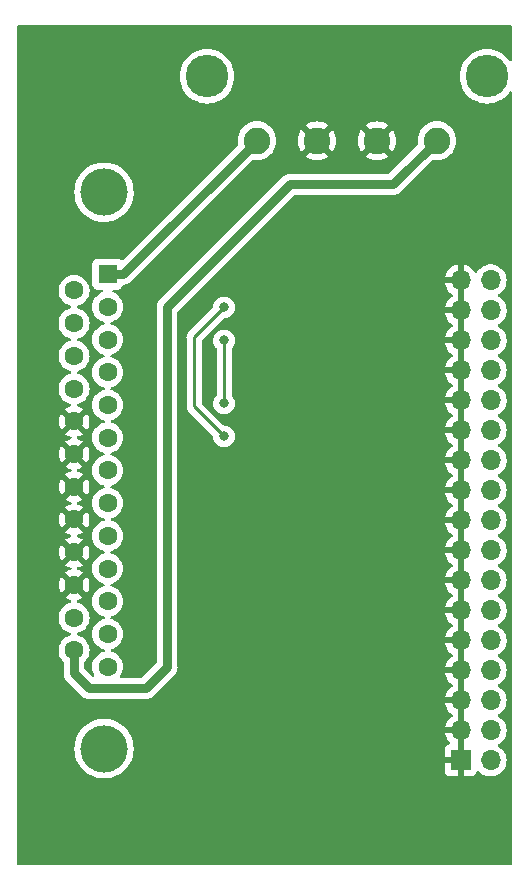
<source format=gbr>
%TF.GenerationSoftware,KiCad,Pcbnew,7.0.5-0*%
%TF.CreationDate,2023-05-28T00:51:51-07:00*%
%TF.ProjectId,gw-adapters,67772d61-6461-4707-9465-72732e6b6963,rev?*%
%TF.SameCoordinates,Original*%
%TF.FileFunction,Copper,L2,Bot*%
%TF.FilePolarity,Positive*%
%FSLAX46Y46*%
G04 Gerber Fmt 4.6, Leading zero omitted, Abs format (unit mm)*
G04 Created by KiCad (PCBNEW 7.0.5-0) date 2023-05-28 00:51:51*
%MOMM*%
%LPD*%
G01*
G04 APERTURE LIST*
%TA.AperFunction,ComponentPad*%
%ADD10C,4.000000*%
%TD*%
%TA.AperFunction,ComponentPad*%
%ADD11R,1.600000X1.600000*%
%TD*%
%TA.AperFunction,ComponentPad*%
%ADD12C,1.600000*%
%TD*%
%TA.AperFunction,ComponentPad*%
%ADD13R,1.700000X1.700000*%
%TD*%
%TA.AperFunction,ComponentPad*%
%ADD14O,1.700000X1.700000*%
%TD*%
%TA.AperFunction,ComponentPad*%
%ADD15C,2.250000*%
%TD*%
%TA.AperFunction,ComponentPad*%
%ADD16C,3.600000*%
%TD*%
%TA.AperFunction,ViaPad*%
%ADD17C,0.800000*%
%TD*%
%TA.AperFunction,Conductor*%
%ADD18C,0.750000*%
%TD*%
%TA.AperFunction,Conductor*%
%ADD19C,0.250000*%
%TD*%
G04 APERTURE END LIST*
D10*
%TO.P,J3,0,PAD*%
%TO.N,unconnected-(J3-Pad0)*%
X129286000Y-117113000D03*
X129286000Y-70013000D03*
D11*
%TO.P,J3,1,5V*%
%TO.N,+5V*%
X129586000Y-76943000D03*
D12*
%TO.P,J3,2,Index*%
%TO.N,/Index*%
X129586000Y-79713000D03*
%TO.P,J3,3,Drive_Select_1*%
%TO.N,/Drive Select 1*%
X129586000Y-82483000D03*
%TO.P,J3,4,Motor_1*%
%TO.N,/Motor 1*%
X129586000Y-85253000D03*
%TO.P,J3,5,Direction*%
%TO.N,/Direction*%
X129586000Y-88023000D03*
%TO.P,J3,6,Step*%
%TO.N,/Step*%
X129586000Y-90793000D03*
%TO.P,J3,7,Write_Data*%
%TO.N,/Write Data*%
X129586000Y-93563000D03*
%TO.P,J3,8,Write_Gate*%
%TO.N,/Write Gate*%
X129586000Y-96333000D03*
%TO.P,J3,9,Track_0*%
%TO.N,/Track 0*%
X129586000Y-99103000D03*
%TO.P,J3,10,Write_Protect*%
%TO.N,/Write Protect*%
X129586000Y-101873000D03*
%TO.P,J3,11,Read_Data*%
%TO.N,/Read Data*%
X129586000Y-104643000D03*
%TO.P,J3,12,Head_Select*%
%TO.N,/Head Select*%
X129586000Y-107413000D03*
%TO.P,J3,13,Disk_Change*%
%TO.N,/Disk Change*%
X129586000Y-110183000D03*
%TO.P,J3,14,N/C*%
%TO.N,unconnected-(J3-Pad14)*%
X126746000Y-78328000D03*
%TO.P,J3,15,N/C*%
%TO.N,unconnected-(J3-Pad15)*%
X126746000Y-81098000D03*
%TO.P,J3,16,N/C*%
%TO.N,unconnected-(J3-Pad16)*%
X126746000Y-83868000D03*
%TO.P,J3,17,Density_Select*%
%TO.N,/Density Select*%
X126746000Y-86638000D03*
%TO.P,J3,18,GND*%
%TO.N,GND*%
X126746000Y-89408000D03*
%TO.P,J3,19,GND*%
X126746000Y-92178000D03*
%TO.P,J3,20,GND*%
X126746000Y-94948000D03*
%TO.P,J3,21,GND*%
X126746000Y-97718000D03*
%TO.P,J3,22,GND*%
X126746000Y-100488000D03*
%TO.P,J3,23,GND*%
X126746000Y-103258000D03*
%TO.P,J3,24,N/C*%
%TO.N,unconnected-(J3-Pad24)*%
X126746000Y-106028000D03*
%TO.P,J3,25,12V*%
%TO.N,+12V*%
X126746000Y-108798000D03*
%TD*%
D13*
%TO.P,J1,1,GND*%
%TO.N,GND*%
X159475000Y-118110000D03*
D14*
%TO.P,J1,2,Density_Select*%
%TO.N,/Density Select*%
X162015000Y-118110000D03*
%TO.P,J1,3,GND_/_Key*%
%TO.N,GND*%
X159475000Y-115570000D03*
%TO.P,J1,4,N/C*%
%TO.N,unconnected-(J1-Pad4)*%
X162015000Y-115570000D03*
%TO.P,J1,5,GND_/_Key*%
%TO.N,GND*%
X159475000Y-113030000D03*
%TO.P,J1,6,N/C*%
%TO.N,unconnected-(J1-Pad6)*%
X162015000Y-113030000D03*
%TO.P,J1,7,GND*%
%TO.N,GND*%
X159475000Y-110490000D03*
%TO.P,J1,8,Index*%
%TO.N,/Index*%
X162015000Y-110490000D03*
%TO.P,J1,9,GND*%
%TO.N,GND*%
X159475000Y-107950000D03*
%TO.P,J1,10,Motor_0*%
%TO.N,/Motor 0*%
X162015000Y-107950000D03*
%TO.P,J1,11,GND*%
%TO.N,GND*%
X159475000Y-105410000D03*
%TO.P,J1,12,Drive_Select_1*%
%TO.N,/Drive Select 1*%
X162015000Y-105410000D03*
%TO.P,J1,13,GND*%
%TO.N,GND*%
X159475000Y-102870000D03*
%TO.P,J1,14,Drive_Select_0*%
%TO.N,/Drive Select 0*%
X162015000Y-102870000D03*
%TO.P,J1,15,GND*%
%TO.N,GND*%
X159475000Y-100330000D03*
%TO.P,J1,16,Motor_1*%
%TO.N,/Motor 1*%
X162015000Y-100330000D03*
%TO.P,J1,17,GND*%
%TO.N,GND*%
X159475000Y-97790000D03*
%TO.P,J1,18,Direction*%
%TO.N,/Direction*%
X162015000Y-97790000D03*
%TO.P,J1,19,GND*%
%TO.N,GND*%
X159475000Y-95250000D03*
%TO.P,J1,20,Step*%
%TO.N,/Step*%
X162015000Y-95250000D03*
%TO.P,J1,21,GND*%
%TO.N,GND*%
X159475000Y-92710000D03*
%TO.P,J1,22,Write_Data*%
%TO.N,/Write Data*%
X162015000Y-92710000D03*
%TO.P,J1,23,GND*%
%TO.N,GND*%
X159475000Y-90170000D03*
%TO.P,J1,24,Write_Gate*%
%TO.N,/Write Gate*%
X162015000Y-90170000D03*
%TO.P,J1,25,GND*%
%TO.N,GND*%
X159475000Y-87630000D03*
%TO.P,J1,26,Track_0*%
%TO.N,/Track 0*%
X162015000Y-87630000D03*
%TO.P,J1,27,GND*%
%TO.N,GND*%
X159475000Y-85090000D03*
%TO.P,J1,28,Write_Protect*%
%TO.N,/Write Protect*%
X162015000Y-85090000D03*
%TO.P,J1,29,GND*%
%TO.N,GND*%
X159475000Y-82550000D03*
%TO.P,J1,30,Read_Data*%
%TO.N,/Read Data*%
X162015000Y-82550000D03*
%TO.P,J1,31,GND*%
%TO.N,GND*%
X159475000Y-80010000D03*
%TO.P,J1,32,Head_Select*%
%TO.N,/Head Select*%
X162015000Y-80010000D03*
%TO.P,J1,33,GND*%
%TO.N,GND*%
X159475000Y-77470000D03*
%TO.P,J1,34,Disk_Change*%
%TO.N,/Disk Change*%
X162015000Y-77470000D03*
%TD*%
D15*
%TO.P,J2,1,Pin_1*%
%TO.N,+12V*%
X157480000Y-65635000D03*
%TO.P,J2,2,Pin_2*%
%TO.N,GND*%
X152400000Y-65635000D03*
%TO.P,J2,3,Pin_3*%
X147320000Y-65635000D03*
%TO.P,J2,4,Pin_4*%
%TO.N,+5V*%
X142240000Y-65635000D03*
D16*
%TO.P,J2,MH1*%
%TO.N,N/C*%
X138010000Y-60185000D03*
%TO.P,J2,MH2*%
X161710000Y-60185000D03*
%TD*%
D17*
%TO.N,/Index*%
X139446000Y-90678000D03*
%TO.N,/Drive Select 1*%
X139446000Y-87884000D03*
X139446000Y-82550000D03*
%TO.N,/Index*%
X139441701Y-79760299D03*
%TD*%
D18*
%TO.N,+12V*%
X153773000Y-69342000D02*
X145034000Y-69342000D01*
X145034000Y-69342000D02*
X134620000Y-79756000D01*
X134620000Y-79756000D02*
X134620000Y-110236000D01*
X157480000Y-65635000D02*
X153773000Y-69342000D01*
X134620000Y-110236000D02*
X132842000Y-112014000D01*
X132842000Y-112014000D02*
X128016000Y-112014000D01*
X128016000Y-112014000D02*
X126746000Y-110744000D01*
X126746000Y-110744000D02*
X126746000Y-108798000D01*
D19*
%TO.N,/Index*%
X139441701Y-79760299D02*
X136906000Y-82296000D01*
X136906000Y-82296000D02*
X136906000Y-88138000D01*
X136906000Y-88138000D02*
X139446000Y-90678000D01*
%TO.N,/Drive Select 1*%
X139446000Y-82550000D02*
X139446000Y-87884000D01*
%TO.N,/Density Select*%
X126746000Y-86638000D02*
X126746000Y-87293991D01*
D18*
%TO.N,+5V*%
X129586000Y-76943000D02*
X130932000Y-76943000D01*
X130932000Y-76943000D02*
X142240000Y-65635000D01*
%TD*%
%TA.AperFunction,Conductor*%
%TO.N,GND*%
G36*
X159725000Y-117674498D02*
G01*
X159617315Y-117625320D01*
X159510763Y-117610000D01*
X159439237Y-117610000D01*
X159332685Y-117625320D01*
X159225000Y-117674498D01*
X159225000Y-116005501D01*
X159332685Y-116054680D01*
X159439237Y-116070000D01*
X159510763Y-116070000D01*
X159617315Y-116054680D01*
X159725000Y-116005501D01*
X159725000Y-117674498D01*
G37*
%TD.AperFunction*%
%TA.AperFunction,Conductor*%
G36*
X159725000Y-115134498D02*
G01*
X159617315Y-115085320D01*
X159510763Y-115070000D01*
X159439237Y-115070000D01*
X159332685Y-115085320D01*
X159225000Y-115134498D01*
X159225000Y-113465501D01*
X159332685Y-113514680D01*
X159439237Y-113530000D01*
X159510763Y-113530000D01*
X159617315Y-113514680D01*
X159725000Y-113465501D01*
X159725000Y-115134498D01*
G37*
%TD.AperFunction*%
%TA.AperFunction,Conductor*%
G36*
X159725000Y-112594498D02*
G01*
X159617315Y-112545320D01*
X159510763Y-112530000D01*
X159439237Y-112530000D01*
X159332685Y-112545320D01*
X159225000Y-112594498D01*
X159225000Y-110925501D01*
X159332685Y-110974680D01*
X159439237Y-110990000D01*
X159510763Y-110990000D01*
X159617315Y-110974680D01*
X159725000Y-110925501D01*
X159725000Y-112594498D01*
G37*
%TD.AperFunction*%
%TA.AperFunction,Conductor*%
G36*
X159725000Y-110054498D02*
G01*
X159617315Y-110005320D01*
X159510763Y-109990000D01*
X159439237Y-109990000D01*
X159332685Y-110005320D01*
X159225000Y-110054498D01*
X159225000Y-108385501D01*
X159332685Y-108434680D01*
X159439237Y-108450000D01*
X159510763Y-108450000D01*
X159617315Y-108434680D01*
X159725000Y-108385501D01*
X159725000Y-110054498D01*
G37*
%TD.AperFunction*%
%TA.AperFunction,Conductor*%
G36*
X159725000Y-107514498D02*
G01*
X159617315Y-107465320D01*
X159510763Y-107450000D01*
X159439237Y-107450000D01*
X159332685Y-107465320D01*
X159225000Y-107514498D01*
X159225000Y-105845501D01*
X159332685Y-105894680D01*
X159439237Y-105910000D01*
X159510763Y-105910000D01*
X159617315Y-105894680D01*
X159725000Y-105845501D01*
X159725000Y-107514498D01*
G37*
%TD.AperFunction*%
%TA.AperFunction,Conductor*%
G36*
X159725000Y-104974498D02*
G01*
X159617315Y-104925320D01*
X159510763Y-104910000D01*
X159439237Y-104910000D01*
X159332685Y-104925320D01*
X159225000Y-104974498D01*
X159225000Y-103305501D01*
X159332685Y-103354680D01*
X159439237Y-103370000D01*
X159510763Y-103370000D01*
X159617315Y-103354680D01*
X159725000Y-103305501D01*
X159725000Y-104974498D01*
G37*
%TD.AperFunction*%
%TA.AperFunction,Conductor*%
G36*
X159725000Y-102434498D02*
G01*
X159617315Y-102385320D01*
X159510763Y-102370000D01*
X159439237Y-102370000D01*
X159332685Y-102385320D01*
X159225000Y-102434498D01*
X159225000Y-100765501D01*
X159332685Y-100814680D01*
X159439237Y-100830000D01*
X159510763Y-100830000D01*
X159617315Y-100814680D01*
X159725000Y-100765501D01*
X159725000Y-102434498D01*
G37*
%TD.AperFunction*%
%TA.AperFunction,Conductor*%
G36*
X159725000Y-99894498D02*
G01*
X159617315Y-99845320D01*
X159510763Y-99830000D01*
X159439237Y-99830000D01*
X159332685Y-99845320D01*
X159225000Y-99894498D01*
X159225000Y-98225501D01*
X159332685Y-98274680D01*
X159439237Y-98290000D01*
X159510763Y-98290000D01*
X159617315Y-98274680D01*
X159725000Y-98225501D01*
X159725000Y-99894498D01*
G37*
%TD.AperFunction*%
%TA.AperFunction,Conductor*%
G36*
X159725000Y-97354498D02*
G01*
X159617315Y-97305320D01*
X159510763Y-97290000D01*
X159439237Y-97290000D01*
X159332685Y-97305320D01*
X159225000Y-97354498D01*
X159225000Y-95685501D01*
X159332685Y-95734680D01*
X159439237Y-95750000D01*
X159510763Y-95750000D01*
X159617315Y-95734680D01*
X159725000Y-95685501D01*
X159725000Y-97354498D01*
G37*
%TD.AperFunction*%
%TA.AperFunction,Conductor*%
G36*
X159725000Y-94814498D02*
G01*
X159617315Y-94765320D01*
X159510763Y-94750000D01*
X159439237Y-94750000D01*
X159332685Y-94765320D01*
X159225000Y-94814498D01*
X159225000Y-93145501D01*
X159332685Y-93194680D01*
X159439237Y-93210000D01*
X159510763Y-93210000D01*
X159617315Y-93194680D01*
X159725000Y-93145501D01*
X159725000Y-94814498D01*
G37*
%TD.AperFunction*%
%TA.AperFunction,Conductor*%
G36*
X159725000Y-92274498D02*
G01*
X159617315Y-92225320D01*
X159510763Y-92210000D01*
X159439237Y-92210000D01*
X159332685Y-92225320D01*
X159225000Y-92274498D01*
X159225000Y-90605501D01*
X159332685Y-90654680D01*
X159439237Y-90670000D01*
X159510763Y-90670000D01*
X159617315Y-90654680D01*
X159725000Y-90605501D01*
X159725000Y-92274498D01*
G37*
%TD.AperFunction*%
%TA.AperFunction,Conductor*%
G36*
X159725000Y-89734498D02*
G01*
X159617315Y-89685320D01*
X159510763Y-89670000D01*
X159439237Y-89670000D01*
X159332685Y-89685320D01*
X159225000Y-89734498D01*
X159225000Y-88065501D01*
X159332685Y-88114680D01*
X159439237Y-88130000D01*
X159510763Y-88130000D01*
X159617315Y-88114680D01*
X159725000Y-88065501D01*
X159725000Y-89734498D01*
G37*
%TD.AperFunction*%
%TA.AperFunction,Conductor*%
G36*
X159725000Y-87194498D02*
G01*
X159617315Y-87145320D01*
X159510763Y-87130000D01*
X159439237Y-87130000D01*
X159332685Y-87145320D01*
X159225000Y-87194498D01*
X159225000Y-85525501D01*
X159332685Y-85574680D01*
X159439237Y-85590000D01*
X159510763Y-85590000D01*
X159617315Y-85574680D01*
X159725000Y-85525501D01*
X159725000Y-87194498D01*
G37*
%TD.AperFunction*%
%TA.AperFunction,Conductor*%
G36*
X159725000Y-84654498D02*
G01*
X159617315Y-84605320D01*
X159510763Y-84590000D01*
X159439237Y-84590000D01*
X159332685Y-84605320D01*
X159225000Y-84654498D01*
X159225000Y-82985501D01*
X159332685Y-83034680D01*
X159439237Y-83050000D01*
X159510763Y-83050000D01*
X159617315Y-83034680D01*
X159725000Y-82985501D01*
X159725000Y-84654498D01*
G37*
%TD.AperFunction*%
%TA.AperFunction,Conductor*%
G36*
X159725000Y-82114498D02*
G01*
X159617315Y-82065320D01*
X159510763Y-82050000D01*
X159439237Y-82050000D01*
X159332685Y-82065320D01*
X159225000Y-82114498D01*
X159225000Y-80445501D01*
X159332685Y-80494680D01*
X159439237Y-80510000D01*
X159510763Y-80510000D01*
X159617315Y-80494680D01*
X159725000Y-80445501D01*
X159725000Y-82114498D01*
G37*
%TD.AperFunction*%
%TA.AperFunction,Conductor*%
G36*
X159725000Y-79574498D02*
G01*
X159617315Y-79525320D01*
X159510763Y-79510000D01*
X159439237Y-79510000D01*
X159332685Y-79525320D01*
X159225000Y-79574498D01*
X159225000Y-77905501D01*
X159332685Y-77954680D01*
X159439237Y-77970000D01*
X159510763Y-77970000D01*
X159617315Y-77954680D01*
X159725000Y-77905501D01*
X159725000Y-79574498D01*
G37*
%TD.AperFunction*%
%TA.AperFunction,Conductor*%
G36*
X163772539Y-55900185D02*
G01*
X163818294Y-55952989D01*
X163829500Y-56004500D01*
X163829500Y-58793092D01*
X163809815Y-58860131D01*
X163757011Y-58905886D01*
X163687853Y-58915830D01*
X163624297Y-58886805D01*
X163602398Y-58861983D01*
X163545385Y-58776657D01*
X163345858Y-58549141D01*
X163118339Y-58349612D01*
X162866729Y-58181492D01*
X162866722Y-58181488D01*
X162595322Y-58047648D01*
X162595312Y-58047644D01*
X162308779Y-57950380D01*
X162308773Y-57950378D01*
X162308766Y-57950376D01*
X162011966Y-57891339D01*
X161710000Y-57871547D01*
X161408034Y-57891339D01*
X161408028Y-57891340D01*
X161408023Y-57891341D01*
X161111239Y-57950375D01*
X161111225Y-57950378D01*
X160824684Y-58047646D01*
X160824663Y-58047655D01*
X160553283Y-58181485D01*
X160553268Y-58181494D01*
X160301657Y-58349615D01*
X160074141Y-58549141D01*
X159874615Y-58776657D01*
X159706494Y-59028268D01*
X159706485Y-59028283D01*
X159572655Y-59299663D01*
X159572646Y-59299684D01*
X159475378Y-59586225D01*
X159475376Y-59586233D01*
X159475376Y-59586234D01*
X159416339Y-59883034D01*
X159396547Y-60185000D01*
X159416339Y-60486966D01*
X159475376Y-60783766D01*
X159475378Y-60783773D01*
X159475380Y-60783779D01*
X159572644Y-61070312D01*
X159572648Y-61070322D01*
X159706488Y-61341722D01*
X159706492Y-61341729D01*
X159874612Y-61593339D01*
X160074141Y-61820858D01*
X160301660Y-62020387D01*
X160553270Y-62188507D01*
X160553277Y-62188511D01*
X160824677Y-62322351D01*
X160824687Y-62322355D01*
X161029796Y-62391979D01*
X161111234Y-62419624D01*
X161408034Y-62478661D01*
X161710000Y-62498453D01*
X162011966Y-62478661D01*
X162308766Y-62419624D01*
X162501813Y-62354093D01*
X162595312Y-62322355D01*
X162595322Y-62322351D01*
X162866727Y-62188509D01*
X163118341Y-62020386D01*
X163345858Y-61820858D01*
X163545386Y-61593341D01*
X163602397Y-61508017D01*
X163656010Y-61463211D01*
X163725335Y-61454504D01*
X163788362Y-61484658D01*
X163825082Y-61544101D01*
X163829500Y-61576907D01*
X163829500Y-126875500D01*
X163809815Y-126942539D01*
X163757011Y-126988294D01*
X163705500Y-126999500D01*
X122044500Y-126999500D01*
X121977461Y-126979815D01*
X121931706Y-126927011D01*
X121920500Y-126875500D01*
X121920500Y-117113005D01*
X126772540Y-117113005D01*
X126792357Y-117428012D01*
X126798690Y-117461209D01*
X126851505Y-117738072D01*
X126851507Y-117738077D01*
X126949044Y-118038267D01*
X126949046Y-118038272D01*
X127083436Y-118323865D01*
X127083442Y-118323876D01*
X127252561Y-118590365D01*
X127252563Y-118590368D01*
X127252568Y-118590375D01*
X127453767Y-118833582D01*
X127453772Y-118833588D01*
X127683858Y-119049652D01*
X127683868Y-119049660D01*
X127939209Y-119235176D01*
X127939214Y-119235178D01*
X127939221Y-119235184D01*
X128215821Y-119387247D01*
X128215826Y-119387249D01*
X128215828Y-119387250D01*
X128215829Y-119387251D01*
X128509294Y-119503442D01*
X128509297Y-119503443D01*
X128815021Y-119581939D01*
X128815025Y-119581940D01*
X128880717Y-119590238D01*
X129128167Y-119621499D01*
X129128176Y-119621499D01*
X129128179Y-119621500D01*
X129128181Y-119621500D01*
X129443819Y-119621500D01*
X129443821Y-119621500D01*
X129443824Y-119621499D01*
X129443832Y-119621499D01*
X129630692Y-119597892D01*
X129756975Y-119581940D01*
X130062702Y-119503443D01*
X130150958Y-119468500D01*
X130356170Y-119387251D01*
X130356171Y-119387250D01*
X130356169Y-119387250D01*
X130356179Y-119387247D01*
X130632779Y-119235184D01*
X130888140Y-119049654D01*
X130932663Y-119007844D01*
X158125000Y-119007844D01*
X158131401Y-119067372D01*
X158131403Y-119067379D01*
X158181645Y-119202086D01*
X158181649Y-119202093D01*
X158267809Y-119317187D01*
X158267812Y-119317190D01*
X158382906Y-119403350D01*
X158382913Y-119403354D01*
X158517620Y-119453596D01*
X158517627Y-119453598D01*
X158577155Y-119459999D01*
X158577172Y-119460000D01*
X159225000Y-119460000D01*
X159225000Y-118545501D01*
X159332685Y-118594680D01*
X159439237Y-118610000D01*
X159510763Y-118610000D01*
X159617315Y-118594680D01*
X159725000Y-118545501D01*
X159725000Y-119460000D01*
X160372828Y-119460000D01*
X160372844Y-119459999D01*
X160432372Y-119453598D01*
X160432379Y-119453596D01*
X160567086Y-119403354D01*
X160567093Y-119403350D01*
X160682187Y-119317190D01*
X160682190Y-119317187D01*
X160768350Y-119202093D01*
X160768354Y-119202086D01*
X160814681Y-119077877D01*
X160856552Y-119021943D01*
X160922016Y-118997526D01*
X160990289Y-119012377D01*
X161022089Y-119037223D01*
X161091760Y-119112906D01*
X161269424Y-119251189D01*
X161269425Y-119251189D01*
X161269427Y-119251191D01*
X161391378Y-119317187D01*
X161467426Y-119358342D01*
X161680365Y-119431444D01*
X161902431Y-119468500D01*
X162127569Y-119468500D01*
X162349635Y-119431444D01*
X162562574Y-119358342D01*
X162760576Y-119251189D01*
X162938240Y-119112906D01*
X163090722Y-118947268D01*
X163213860Y-118758791D01*
X163304296Y-118552616D01*
X163359564Y-118334368D01*
X163359565Y-118334359D01*
X163378156Y-118110005D01*
X163378156Y-118109994D01*
X163359565Y-117885640D01*
X163359563Y-117885628D01*
X163322198Y-117738077D01*
X163304296Y-117667384D01*
X163213860Y-117461209D01*
X163192171Y-117428012D01*
X163090723Y-117272734D01*
X163090715Y-117272723D01*
X162938243Y-117107097D01*
X162938238Y-117107092D01*
X162760577Y-116968812D01*
X162760572Y-116968808D01*
X162724068Y-116949053D01*
X162674478Y-116899833D01*
X162659371Y-116831616D01*
X162683542Y-116766061D01*
X162724069Y-116730945D01*
X162760576Y-116711189D01*
X162938240Y-116572906D01*
X163059594Y-116441082D01*
X163090715Y-116407276D01*
X163090716Y-116407274D01*
X163090722Y-116407268D01*
X163213860Y-116218791D01*
X163304296Y-116012616D01*
X163359564Y-115794368D01*
X163372199Y-115641889D01*
X163378156Y-115570005D01*
X163378156Y-115569994D01*
X163359565Y-115345640D01*
X163359563Y-115345628D01*
X163304296Y-115127385D01*
X163295138Y-115106507D01*
X163213860Y-114921209D01*
X163090722Y-114732732D01*
X163090719Y-114732729D01*
X163090715Y-114732723D01*
X162938243Y-114567097D01*
X162938238Y-114567092D01*
X162760577Y-114428812D01*
X162760578Y-114428812D01*
X162760576Y-114428811D01*
X162724070Y-114409055D01*
X162674479Y-114359836D01*
X162659371Y-114291619D01*
X162683541Y-114226064D01*
X162724070Y-114190945D01*
X162724084Y-114190936D01*
X162760576Y-114171189D01*
X162938240Y-114032906D01*
X163090722Y-113867268D01*
X163213860Y-113678791D01*
X163304296Y-113472616D01*
X163359564Y-113254368D01*
X163378156Y-113030000D01*
X163366673Y-112891429D01*
X163359565Y-112805640D01*
X163359563Y-112805628D01*
X163325591Y-112671477D01*
X163304296Y-112587384D01*
X163213860Y-112381209D01*
X163090722Y-112192732D01*
X163090719Y-112192729D01*
X163090715Y-112192723D01*
X162938243Y-112027097D01*
X162938238Y-112027092D01*
X162760577Y-111888812D01*
X162760578Y-111888812D01*
X162760576Y-111888811D01*
X162724070Y-111869055D01*
X162674479Y-111819836D01*
X162659371Y-111751619D01*
X162683541Y-111686064D01*
X162724070Y-111650945D01*
X162724084Y-111650936D01*
X162760576Y-111631189D01*
X162938240Y-111492906D01*
X163066510Y-111353569D01*
X163090715Y-111327276D01*
X163090716Y-111327274D01*
X163090722Y-111327268D01*
X163213860Y-111138791D01*
X163304296Y-110932616D01*
X163359564Y-110714368D01*
X163360961Y-110697507D01*
X163378156Y-110490005D01*
X163378156Y-110489994D01*
X163359565Y-110265640D01*
X163359563Y-110265628D01*
X163304296Y-110047385D01*
X163295138Y-110026507D01*
X163213860Y-109841209D01*
X163197625Y-109816360D01*
X163090723Y-109652734D01*
X163090715Y-109652723D01*
X162938243Y-109487097D01*
X162938238Y-109487092D01*
X162760577Y-109348812D01*
X162760578Y-109348812D01*
X162760576Y-109348811D01*
X162724070Y-109329055D01*
X162674479Y-109279836D01*
X162659371Y-109211619D01*
X162683541Y-109146064D01*
X162724070Y-109110945D01*
X162724084Y-109110936D01*
X162760576Y-109091189D01*
X162938240Y-108952906D01*
X163061913Y-108818563D01*
X163090715Y-108787276D01*
X163090716Y-108787274D01*
X163090722Y-108787268D01*
X163213860Y-108598791D01*
X163304296Y-108392616D01*
X163359564Y-108174368D01*
X163368233Y-108069749D01*
X163378156Y-107950005D01*
X163378156Y-107949994D01*
X163359565Y-107725640D01*
X163359563Y-107725628D01*
X163310726Y-107532775D01*
X163304296Y-107507384D01*
X163213860Y-107301209D01*
X163188430Y-107262286D01*
X163090723Y-107112734D01*
X163090715Y-107112723D01*
X162938243Y-106947097D01*
X162938238Y-106947092D01*
X162760577Y-106808812D01*
X162760578Y-106808812D01*
X162760576Y-106808811D01*
X162724070Y-106789055D01*
X162674479Y-106739836D01*
X162659371Y-106671619D01*
X162683541Y-106606064D01*
X162724070Y-106570945D01*
X162728218Y-106568700D01*
X162760576Y-106551189D01*
X162938240Y-106412906D01*
X163064754Y-106275477D01*
X163090715Y-106247276D01*
X163090716Y-106247274D01*
X163090722Y-106247268D01*
X163213860Y-106058791D01*
X163304296Y-105852616D01*
X163359564Y-105634368D01*
X163364173Y-105578750D01*
X163378156Y-105410005D01*
X163378156Y-105409994D01*
X163359565Y-105185640D01*
X163359563Y-105185628D01*
X163332612Y-105079202D01*
X163304296Y-104967384D01*
X163213860Y-104761209D01*
X163212008Y-104758375D01*
X163120321Y-104618037D01*
X163090722Y-104572732D01*
X163090719Y-104572729D01*
X163090715Y-104572723D01*
X162938243Y-104407097D01*
X162938238Y-104407092D01*
X162760577Y-104268812D01*
X162760572Y-104268808D01*
X162724068Y-104249053D01*
X162674478Y-104199833D01*
X162659371Y-104131616D01*
X162683542Y-104066061D01*
X162724069Y-104030945D01*
X162760576Y-104011189D01*
X162938240Y-103872906D01*
X163090722Y-103707268D01*
X163213860Y-103518791D01*
X163304296Y-103312616D01*
X163359564Y-103094368D01*
X163360768Y-103079844D01*
X163378156Y-102870005D01*
X163378156Y-102869994D01*
X163359565Y-102645640D01*
X163359563Y-102645628D01*
X163330922Y-102532527D01*
X163304296Y-102427384D01*
X163213860Y-102221209D01*
X163090722Y-102032732D01*
X163090719Y-102032729D01*
X163090715Y-102032723D01*
X162938243Y-101867097D01*
X162938238Y-101867092D01*
X162760577Y-101728812D01*
X162760572Y-101728808D01*
X162724068Y-101709053D01*
X162674478Y-101659833D01*
X162659371Y-101591616D01*
X162683542Y-101526061D01*
X162724069Y-101490945D01*
X162760576Y-101471189D01*
X162938240Y-101332906D01*
X163090722Y-101167268D01*
X163213860Y-100978791D01*
X163304296Y-100772616D01*
X163359564Y-100554368D01*
X163363360Y-100508563D01*
X163378156Y-100330005D01*
X163378156Y-100329994D01*
X163359565Y-100105640D01*
X163359563Y-100105628D01*
X163304296Y-99887385D01*
X163295138Y-99866507D01*
X163213860Y-99681209D01*
X163090722Y-99492732D01*
X163090719Y-99492729D01*
X163090715Y-99492723D01*
X162938243Y-99327097D01*
X162938238Y-99327092D01*
X162760577Y-99188812D01*
X162760578Y-99188812D01*
X162760576Y-99188811D01*
X162724070Y-99169055D01*
X162674479Y-99119836D01*
X162659371Y-99051619D01*
X162683541Y-98986064D01*
X162724070Y-98950945D01*
X162724084Y-98950936D01*
X162760576Y-98931189D01*
X162938240Y-98792906D01*
X163066337Y-98653757D01*
X163090715Y-98627276D01*
X163090716Y-98627274D01*
X163090722Y-98627268D01*
X163213860Y-98438791D01*
X163304296Y-98232616D01*
X163359564Y-98014368D01*
X163360768Y-97999844D01*
X163378156Y-97790005D01*
X163378156Y-97789994D01*
X163359565Y-97565640D01*
X163359563Y-97565628D01*
X163308769Y-97365048D01*
X163304296Y-97347384D01*
X163213860Y-97141209D01*
X163090722Y-96952732D01*
X163090719Y-96952729D01*
X163090715Y-96952723D01*
X162938243Y-96787097D01*
X162938238Y-96787092D01*
X162760577Y-96648812D01*
X162760572Y-96648808D01*
X162724068Y-96629053D01*
X162674478Y-96579833D01*
X162659371Y-96511616D01*
X162683542Y-96446061D01*
X162724069Y-96410945D01*
X162760576Y-96391189D01*
X162938240Y-96252906D01*
X163074474Y-96104918D01*
X163090715Y-96087276D01*
X163090716Y-96087274D01*
X163090722Y-96087268D01*
X163213860Y-95898791D01*
X163304296Y-95692616D01*
X163359564Y-95474368D01*
X163361749Y-95448000D01*
X163378156Y-95250005D01*
X163378156Y-95249994D01*
X163359565Y-95025640D01*
X163359563Y-95025628D01*
X163339904Y-94947997D01*
X163304296Y-94807384D01*
X163213860Y-94601209D01*
X163090722Y-94412732D01*
X163090719Y-94412729D01*
X163090715Y-94412723D01*
X162938243Y-94247097D01*
X162938238Y-94247092D01*
X162760577Y-94108812D01*
X162760578Y-94108812D01*
X162760576Y-94108811D01*
X162724070Y-94089055D01*
X162674479Y-94039836D01*
X162659371Y-93971619D01*
X162683541Y-93906064D01*
X162724070Y-93870945D01*
X162727714Y-93868973D01*
X162760576Y-93851189D01*
X162938240Y-93712906D01*
X163076240Y-93563000D01*
X163090715Y-93547276D01*
X163090716Y-93547274D01*
X163090722Y-93547268D01*
X163213860Y-93358791D01*
X163304296Y-93152616D01*
X163359564Y-92934368D01*
X163362124Y-92903472D01*
X163378156Y-92710005D01*
X163378156Y-92709994D01*
X163359565Y-92485640D01*
X163359563Y-92485628D01*
X163319827Y-92328714D01*
X163304296Y-92267384D01*
X163213860Y-92061209D01*
X163211910Y-92058225D01*
X163090723Y-91872734D01*
X163090715Y-91872723D01*
X162938243Y-91707097D01*
X162938238Y-91707092D01*
X162819797Y-91614905D01*
X162760576Y-91568811D01*
X162724070Y-91549055D01*
X162674479Y-91499836D01*
X162659371Y-91431619D01*
X162683541Y-91366064D01*
X162724070Y-91330945D01*
X162724084Y-91330936D01*
X162760576Y-91311189D01*
X162938240Y-91172906D01*
X163053349Y-91047866D01*
X163090715Y-91007276D01*
X163090716Y-91007274D01*
X163090722Y-91007268D01*
X163213860Y-90818791D01*
X163304296Y-90612616D01*
X163359564Y-90394368D01*
X163360768Y-90379844D01*
X163378156Y-90170005D01*
X163378156Y-90169994D01*
X163359565Y-89945640D01*
X163359563Y-89945628D01*
X163304296Y-89727385D01*
X163295138Y-89706507D01*
X163213860Y-89521209D01*
X163206988Y-89510691D01*
X163139895Y-89407997D01*
X163090722Y-89332732D01*
X163090719Y-89332729D01*
X163090715Y-89332723D01*
X162938243Y-89167097D01*
X162938238Y-89167092D01*
X162760577Y-89028812D01*
X162760578Y-89028812D01*
X162760576Y-89028811D01*
X162724070Y-89009055D01*
X162674479Y-88959836D01*
X162659371Y-88891619D01*
X162683541Y-88826064D01*
X162724070Y-88790945D01*
X162724084Y-88790936D01*
X162760576Y-88771189D01*
X162938240Y-88632906D01*
X163090722Y-88467268D01*
X163213860Y-88278791D01*
X163304296Y-88072616D01*
X163359564Y-87854368D01*
X163362061Y-87824233D01*
X163378156Y-87630005D01*
X163378156Y-87629994D01*
X163359565Y-87405640D01*
X163359563Y-87405628D01*
X163344731Y-87347057D01*
X163304296Y-87187384D01*
X163213860Y-86981209D01*
X163090722Y-86792732D01*
X163090719Y-86792729D01*
X163090715Y-86792723D01*
X162938243Y-86627097D01*
X162938238Y-86627092D01*
X162760577Y-86488812D01*
X162760572Y-86488808D01*
X162724068Y-86469053D01*
X162674478Y-86419833D01*
X162659371Y-86351616D01*
X162683542Y-86286061D01*
X162724069Y-86250945D01*
X162760576Y-86231189D01*
X162938240Y-86092906D01*
X163090722Y-85927268D01*
X163213860Y-85738791D01*
X163304296Y-85532616D01*
X163359564Y-85314368D01*
X163359565Y-85314359D01*
X163378156Y-85090005D01*
X163378156Y-85089994D01*
X163359565Y-84865640D01*
X163359563Y-84865628D01*
X163304296Y-84647385D01*
X163295138Y-84626507D01*
X163213860Y-84441209D01*
X163090722Y-84252732D01*
X163090719Y-84252729D01*
X163090715Y-84252723D01*
X162938243Y-84087097D01*
X162938238Y-84087092D01*
X162760577Y-83948812D01*
X162760578Y-83948812D01*
X162760576Y-83948811D01*
X162724070Y-83929055D01*
X162674479Y-83879836D01*
X162659371Y-83811619D01*
X162683541Y-83746064D01*
X162724070Y-83710945D01*
X162724084Y-83710936D01*
X162760576Y-83691189D01*
X162938240Y-83552906D01*
X163059594Y-83421082D01*
X163090715Y-83387276D01*
X163090716Y-83387274D01*
X163090722Y-83387268D01*
X163213860Y-83198791D01*
X163304296Y-82992616D01*
X163359564Y-82774368D01*
X163364808Y-82711087D01*
X163378156Y-82550005D01*
X163378156Y-82549994D01*
X163359565Y-82325640D01*
X163359563Y-82325628D01*
X163346981Y-82275942D01*
X163304296Y-82107384D01*
X163213860Y-81901209D01*
X163197546Y-81876239D01*
X163090723Y-81712734D01*
X163090715Y-81712723D01*
X162938243Y-81547097D01*
X162938238Y-81547092D01*
X162760577Y-81408812D01*
X162760578Y-81408812D01*
X162760576Y-81408811D01*
X162724070Y-81389055D01*
X162674479Y-81339836D01*
X162659371Y-81271619D01*
X162683541Y-81206064D01*
X162724070Y-81170945D01*
X162726736Y-81169502D01*
X162760576Y-81151189D01*
X162938240Y-81012906D01*
X163069876Y-80869913D01*
X163090715Y-80847276D01*
X163090716Y-80847274D01*
X163090722Y-80847268D01*
X163213860Y-80658791D01*
X163304296Y-80452616D01*
X163359564Y-80234368D01*
X163368059Y-80131855D01*
X163378156Y-80010005D01*
X163378156Y-80009994D01*
X163359565Y-79785640D01*
X163359563Y-79785628D01*
X163341171Y-79713000D01*
X163304296Y-79567384D01*
X163213860Y-79361209D01*
X163090722Y-79172732D01*
X163090719Y-79172729D01*
X163090715Y-79172723D01*
X162938243Y-79007097D01*
X162938238Y-79007092D01*
X162789733Y-78891505D01*
X162760576Y-78868811D01*
X162724070Y-78849055D01*
X162674479Y-78799836D01*
X162659371Y-78731619D01*
X162683541Y-78666064D01*
X162724070Y-78630945D01*
X162724084Y-78630936D01*
X162760576Y-78611189D01*
X162938240Y-78472906D01*
X163075329Y-78323989D01*
X163090715Y-78307276D01*
X163090716Y-78307274D01*
X163090722Y-78307268D01*
X163213860Y-78118791D01*
X163304296Y-77912616D01*
X163359564Y-77694368D01*
X163359565Y-77694359D01*
X163378156Y-77470005D01*
X163378156Y-77469994D01*
X163359565Y-77245640D01*
X163359563Y-77245628D01*
X163321094Y-77093718D01*
X163304296Y-77027384D01*
X163213860Y-76821209D01*
X163090722Y-76632732D01*
X163090719Y-76632729D01*
X163090715Y-76632723D01*
X162938243Y-76467097D01*
X162938238Y-76467092D01*
X162760577Y-76328812D01*
X162760572Y-76328808D01*
X162562580Y-76221661D01*
X162562577Y-76221659D01*
X162562574Y-76221658D01*
X162562571Y-76221657D01*
X162562569Y-76221656D01*
X162349637Y-76148556D01*
X162127569Y-76111500D01*
X161902431Y-76111500D01*
X161680362Y-76148556D01*
X161467430Y-76221656D01*
X161467419Y-76221661D01*
X161269427Y-76328808D01*
X161269422Y-76328812D01*
X161091761Y-76467092D01*
X161091756Y-76467097D01*
X160939284Y-76632723D01*
X160939276Y-76632734D01*
X160845251Y-76776650D01*
X160792105Y-76822007D01*
X160722873Y-76831430D01*
X160659538Y-76801928D01*
X160639868Y-76779951D01*
X160513113Y-76598926D01*
X160513108Y-76598920D01*
X160346082Y-76431894D01*
X160152578Y-76296399D01*
X159938492Y-76196570D01*
X159938486Y-76196567D01*
X159725000Y-76139364D01*
X159725000Y-77034498D01*
X159617315Y-76985320D01*
X159510763Y-76970000D01*
X159439237Y-76970000D01*
X159332685Y-76985320D01*
X159225000Y-77034498D01*
X159225000Y-76139364D01*
X159224999Y-76139364D01*
X159011513Y-76196567D01*
X159011507Y-76196570D01*
X158797422Y-76296399D01*
X158797420Y-76296400D01*
X158603926Y-76431886D01*
X158603920Y-76431891D01*
X158436891Y-76598920D01*
X158436886Y-76598926D01*
X158301400Y-76792420D01*
X158301399Y-76792422D01*
X158201570Y-77006507D01*
X158201567Y-77006513D01*
X158144364Y-77219999D01*
X158144364Y-77220000D01*
X159041314Y-77220000D01*
X159015507Y-77260156D01*
X158975000Y-77398111D01*
X158975000Y-77541889D01*
X159015507Y-77679844D01*
X159041314Y-77720000D01*
X158144364Y-77720000D01*
X158201567Y-77933486D01*
X158201570Y-77933492D01*
X158301399Y-78147578D01*
X158436894Y-78341082D01*
X158603917Y-78508105D01*
X158790031Y-78638425D01*
X158833656Y-78693003D01*
X158840848Y-78762501D01*
X158809326Y-78824856D01*
X158790031Y-78841575D01*
X158603922Y-78971890D01*
X158603920Y-78971891D01*
X158436891Y-79138920D01*
X158436886Y-79138926D01*
X158301400Y-79332420D01*
X158301399Y-79332422D01*
X158201570Y-79546507D01*
X158201567Y-79546513D01*
X158144364Y-79759999D01*
X158144364Y-79760000D01*
X159041314Y-79760000D01*
X159015507Y-79800156D01*
X158975000Y-79938111D01*
X158975000Y-80081889D01*
X159015507Y-80219844D01*
X159041314Y-80260000D01*
X158144364Y-80260000D01*
X158201567Y-80473486D01*
X158201570Y-80473492D01*
X158301399Y-80687578D01*
X158436894Y-80881082D01*
X158603917Y-81048105D01*
X158790031Y-81178425D01*
X158833656Y-81233003D01*
X158840848Y-81302501D01*
X158809326Y-81364856D01*
X158790031Y-81381575D01*
X158603922Y-81511890D01*
X158603920Y-81511891D01*
X158436891Y-81678920D01*
X158436886Y-81678926D01*
X158301400Y-81872420D01*
X158301399Y-81872422D01*
X158201570Y-82086507D01*
X158201567Y-82086513D01*
X158144364Y-82299999D01*
X158144364Y-82300000D01*
X159041314Y-82300000D01*
X159015507Y-82340156D01*
X158975000Y-82478111D01*
X158975000Y-82621889D01*
X159015507Y-82759844D01*
X159041314Y-82800000D01*
X158144364Y-82800000D01*
X158201567Y-83013486D01*
X158201570Y-83013492D01*
X158301399Y-83227578D01*
X158436894Y-83421082D01*
X158603917Y-83588105D01*
X158790031Y-83718425D01*
X158833656Y-83773003D01*
X158840848Y-83842501D01*
X158809326Y-83904856D01*
X158790031Y-83921575D01*
X158603922Y-84051890D01*
X158603920Y-84051891D01*
X158436891Y-84218920D01*
X158436886Y-84218926D01*
X158301400Y-84412420D01*
X158301399Y-84412422D01*
X158201570Y-84626507D01*
X158201567Y-84626513D01*
X158144364Y-84839999D01*
X158144364Y-84840000D01*
X159041314Y-84840000D01*
X159015507Y-84880156D01*
X158975000Y-85018111D01*
X158975000Y-85161889D01*
X159015507Y-85299844D01*
X159041314Y-85340000D01*
X158144364Y-85340000D01*
X158201567Y-85553486D01*
X158201570Y-85553492D01*
X158301399Y-85767578D01*
X158436894Y-85961082D01*
X158603917Y-86128105D01*
X158790031Y-86258425D01*
X158833656Y-86313003D01*
X158840848Y-86382501D01*
X158809326Y-86444856D01*
X158790031Y-86461575D01*
X158603922Y-86591890D01*
X158603920Y-86591891D01*
X158436891Y-86758920D01*
X158436886Y-86758926D01*
X158301400Y-86952420D01*
X158301399Y-86952422D01*
X158201570Y-87166507D01*
X158201567Y-87166513D01*
X158144364Y-87379999D01*
X158144364Y-87380000D01*
X159041314Y-87380000D01*
X159015507Y-87420156D01*
X158975000Y-87558111D01*
X158975000Y-87701889D01*
X159015507Y-87839844D01*
X159041314Y-87880000D01*
X158144364Y-87880000D01*
X158201567Y-88093486D01*
X158201570Y-88093492D01*
X158301399Y-88307578D01*
X158436894Y-88501082D01*
X158603917Y-88668105D01*
X158790031Y-88798425D01*
X158833656Y-88853003D01*
X158840848Y-88922501D01*
X158809326Y-88984856D01*
X158790031Y-89001575D01*
X158603922Y-89131890D01*
X158603920Y-89131891D01*
X158436891Y-89298920D01*
X158436886Y-89298926D01*
X158301400Y-89492420D01*
X158301399Y-89492422D01*
X158201570Y-89706507D01*
X158201567Y-89706513D01*
X158144364Y-89919999D01*
X158144364Y-89920000D01*
X159041314Y-89920000D01*
X159015507Y-89960156D01*
X158975000Y-90098111D01*
X158975000Y-90241889D01*
X159015507Y-90379844D01*
X159041314Y-90420000D01*
X158144364Y-90420000D01*
X158201567Y-90633486D01*
X158201570Y-90633492D01*
X158301399Y-90847578D01*
X158436894Y-91041082D01*
X158603917Y-91208105D01*
X158790031Y-91338425D01*
X158833656Y-91393003D01*
X158840848Y-91462501D01*
X158809326Y-91524856D01*
X158790031Y-91541575D01*
X158603922Y-91671890D01*
X158603920Y-91671891D01*
X158436891Y-91838920D01*
X158436886Y-91838926D01*
X158301400Y-92032420D01*
X158301399Y-92032422D01*
X158201570Y-92246507D01*
X158201567Y-92246513D01*
X158144364Y-92459999D01*
X158144364Y-92460000D01*
X159041314Y-92460000D01*
X159015507Y-92500156D01*
X158975000Y-92638111D01*
X158975000Y-92781889D01*
X159015507Y-92919844D01*
X159041314Y-92960000D01*
X158144364Y-92960000D01*
X158201567Y-93173486D01*
X158201570Y-93173492D01*
X158301399Y-93387578D01*
X158436894Y-93581082D01*
X158603917Y-93748105D01*
X158790031Y-93878425D01*
X158833656Y-93933003D01*
X158840848Y-94002501D01*
X158809326Y-94064856D01*
X158790031Y-94081575D01*
X158603922Y-94211890D01*
X158603920Y-94211891D01*
X158436891Y-94378920D01*
X158436886Y-94378926D01*
X158301400Y-94572420D01*
X158301399Y-94572422D01*
X158201570Y-94786507D01*
X158201567Y-94786513D01*
X158144364Y-94999999D01*
X158144364Y-95000000D01*
X159041314Y-95000000D01*
X159015507Y-95040156D01*
X158975000Y-95178111D01*
X158975000Y-95321889D01*
X159015507Y-95459844D01*
X159041314Y-95500000D01*
X158144364Y-95500000D01*
X158201567Y-95713486D01*
X158201570Y-95713492D01*
X158301399Y-95927578D01*
X158436894Y-96121082D01*
X158603917Y-96288105D01*
X158790031Y-96418425D01*
X158833656Y-96473003D01*
X158840848Y-96542501D01*
X158809326Y-96604856D01*
X158790031Y-96621575D01*
X158603922Y-96751890D01*
X158603920Y-96751891D01*
X158436891Y-96918920D01*
X158436886Y-96918926D01*
X158301400Y-97112420D01*
X158301399Y-97112422D01*
X158201570Y-97326507D01*
X158201567Y-97326513D01*
X158144364Y-97539999D01*
X158144364Y-97540000D01*
X159041314Y-97540000D01*
X159015507Y-97580156D01*
X158975000Y-97718111D01*
X158975000Y-97861889D01*
X159015507Y-97999844D01*
X159041314Y-98040000D01*
X158144364Y-98040000D01*
X158201567Y-98253486D01*
X158201570Y-98253492D01*
X158301399Y-98467578D01*
X158436894Y-98661082D01*
X158603917Y-98828105D01*
X158790031Y-98958425D01*
X158833656Y-99013003D01*
X158840848Y-99082501D01*
X158809326Y-99144856D01*
X158790031Y-99161575D01*
X158603922Y-99291890D01*
X158603920Y-99291891D01*
X158436891Y-99458920D01*
X158436886Y-99458926D01*
X158301400Y-99652420D01*
X158301399Y-99652422D01*
X158201570Y-99866507D01*
X158201567Y-99866513D01*
X158144364Y-100079999D01*
X158144364Y-100080000D01*
X159041314Y-100080000D01*
X159015507Y-100120156D01*
X158975000Y-100258111D01*
X158975000Y-100401889D01*
X159015507Y-100539844D01*
X159041314Y-100580000D01*
X158144364Y-100580000D01*
X158201567Y-100793486D01*
X158201570Y-100793492D01*
X158301399Y-101007578D01*
X158436894Y-101201082D01*
X158603917Y-101368105D01*
X158790031Y-101498425D01*
X158833656Y-101553003D01*
X158840848Y-101622501D01*
X158809326Y-101684856D01*
X158790031Y-101701575D01*
X158603922Y-101831890D01*
X158603920Y-101831891D01*
X158436891Y-101998920D01*
X158436886Y-101998926D01*
X158301400Y-102192420D01*
X158301399Y-102192422D01*
X158201570Y-102406507D01*
X158201567Y-102406513D01*
X158144364Y-102619999D01*
X158144364Y-102620000D01*
X159041314Y-102620000D01*
X159015507Y-102660156D01*
X158975000Y-102798111D01*
X158975000Y-102941889D01*
X159015507Y-103079844D01*
X159041314Y-103120000D01*
X158144364Y-103120000D01*
X158201567Y-103333486D01*
X158201570Y-103333492D01*
X158301399Y-103547578D01*
X158436894Y-103741082D01*
X158603917Y-103908105D01*
X158790031Y-104038425D01*
X158833656Y-104093003D01*
X158840848Y-104162501D01*
X158809326Y-104224856D01*
X158790031Y-104241575D01*
X158603922Y-104371890D01*
X158603920Y-104371891D01*
X158436891Y-104538920D01*
X158436886Y-104538926D01*
X158301400Y-104732420D01*
X158301399Y-104732422D01*
X158201570Y-104946507D01*
X158201567Y-104946513D01*
X158144364Y-105159999D01*
X158144364Y-105160000D01*
X159041314Y-105160000D01*
X159015507Y-105200156D01*
X158975000Y-105338111D01*
X158975000Y-105481889D01*
X159015507Y-105619844D01*
X159041314Y-105660000D01*
X158144364Y-105660000D01*
X158201567Y-105873486D01*
X158201570Y-105873492D01*
X158301399Y-106087578D01*
X158436894Y-106281082D01*
X158603917Y-106448105D01*
X158790031Y-106578425D01*
X158833656Y-106633003D01*
X158840848Y-106702501D01*
X158809326Y-106764856D01*
X158790031Y-106781575D01*
X158603922Y-106911890D01*
X158603920Y-106911891D01*
X158436891Y-107078920D01*
X158436886Y-107078926D01*
X158301400Y-107272420D01*
X158301399Y-107272422D01*
X158201570Y-107486507D01*
X158201567Y-107486513D01*
X158144364Y-107699999D01*
X158144364Y-107700000D01*
X159041314Y-107700000D01*
X159015507Y-107740156D01*
X158975000Y-107878111D01*
X158975000Y-108021889D01*
X159015507Y-108159844D01*
X159041314Y-108200000D01*
X158144364Y-108200000D01*
X158201567Y-108413486D01*
X158201570Y-108413492D01*
X158301399Y-108627578D01*
X158436894Y-108821082D01*
X158603917Y-108988105D01*
X158790031Y-109118425D01*
X158833656Y-109173003D01*
X158840848Y-109242501D01*
X158809326Y-109304856D01*
X158790031Y-109321575D01*
X158603922Y-109451890D01*
X158603920Y-109451891D01*
X158436891Y-109618920D01*
X158436886Y-109618926D01*
X158301400Y-109812420D01*
X158301399Y-109812422D01*
X158201570Y-110026507D01*
X158201567Y-110026513D01*
X158144364Y-110239999D01*
X158144364Y-110240000D01*
X159041314Y-110240000D01*
X159015507Y-110280156D01*
X158975000Y-110418111D01*
X158975000Y-110561889D01*
X159015507Y-110699844D01*
X159041314Y-110740000D01*
X158144364Y-110740000D01*
X158201567Y-110953486D01*
X158201570Y-110953492D01*
X158301399Y-111167578D01*
X158436894Y-111361082D01*
X158603917Y-111528105D01*
X158790031Y-111658425D01*
X158833656Y-111713003D01*
X158840848Y-111782501D01*
X158809326Y-111844856D01*
X158790031Y-111861575D01*
X158603922Y-111991890D01*
X158603920Y-111991891D01*
X158436891Y-112158920D01*
X158436886Y-112158926D01*
X158301400Y-112352420D01*
X158301399Y-112352422D01*
X158201570Y-112566507D01*
X158201567Y-112566513D01*
X158144364Y-112779999D01*
X158144364Y-112780000D01*
X159041314Y-112780000D01*
X159015507Y-112820156D01*
X158975000Y-112958111D01*
X158975000Y-113101889D01*
X159015507Y-113239844D01*
X159041314Y-113280000D01*
X158144364Y-113280000D01*
X158201567Y-113493486D01*
X158201570Y-113493492D01*
X158301399Y-113707578D01*
X158436894Y-113901082D01*
X158603917Y-114068105D01*
X158790031Y-114198425D01*
X158833656Y-114253003D01*
X158840848Y-114322501D01*
X158809326Y-114384856D01*
X158790031Y-114401575D01*
X158603922Y-114531890D01*
X158603920Y-114531891D01*
X158436891Y-114698920D01*
X158436886Y-114698926D01*
X158301400Y-114892420D01*
X158301399Y-114892422D01*
X158201570Y-115106507D01*
X158201567Y-115106513D01*
X158144364Y-115319999D01*
X158144364Y-115320000D01*
X159041314Y-115320000D01*
X159015507Y-115360156D01*
X158975000Y-115498111D01*
X158975000Y-115641889D01*
X159015507Y-115779844D01*
X159041314Y-115820000D01*
X158144364Y-115820000D01*
X158201567Y-116033486D01*
X158201570Y-116033492D01*
X158301399Y-116247578D01*
X158436894Y-116441082D01*
X158559334Y-116563522D01*
X158592819Y-116624845D01*
X158587835Y-116694537D01*
X158545963Y-116750470D01*
X158514987Y-116767385D01*
X158382911Y-116816646D01*
X158382906Y-116816649D01*
X158267812Y-116902809D01*
X158267809Y-116902812D01*
X158181649Y-117017906D01*
X158181645Y-117017913D01*
X158131403Y-117152620D01*
X158131401Y-117152627D01*
X158125000Y-117212155D01*
X158125000Y-117860000D01*
X159041314Y-117860000D01*
X159015507Y-117900156D01*
X158975000Y-118038111D01*
X158975000Y-118181889D01*
X159015507Y-118319844D01*
X159041314Y-118360000D01*
X158125000Y-118360000D01*
X158125000Y-119007844D01*
X130932663Y-119007844D01*
X131118233Y-118833582D01*
X131319432Y-118590375D01*
X131488562Y-118323869D01*
X131622956Y-118038266D01*
X131720495Y-117738072D01*
X131779641Y-117428020D01*
X131789412Y-117272723D01*
X131799460Y-117113005D01*
X131799460Y-117112994D01*
X131779642Y-116797987D01*
X131779641Y-116797980D01*
X131720495Y-116487928D01*
X131622956Y-116187734D01*
X131488562Y-115902131D01*
X131436440Y-115820000D01*
X131319438Y-115635634D01*
X131319436Y-115635632D01*
X131319432Y-115635625D01*
X131118233Y-115392418D01*
X131118232Y-115392417D01*
X131118227Y-115392411D01*
X130888141Y-115176347D01*
X130888131Y-115176339D01*
X130632790Y-114990823D01*
X130632783Y-114990818D01*
X130632779Y-114990816D01*
X130356179Y-114838753D01*
X130356176Y-114838751D01*
X130356171Y-114838749D01*
X130356170Y-114838748D01*
X130062705Y-114722557D01*
X130062702Y-114722556D01*
X129756978Y-114644060D01*
X129756965Y-114644058D01*
X129443832Y-114604500D01*
X129443821Y-114604500D01*
X129128179Y-114604500D01*
X129128167Y-114604500D01*
X128815034Y-114644058D01*
X128815021Y-114644060D01*
X128509297Y-114722556D01*
X128509294Y-114722557D01*
X128215829Y-114838748D01*
X128215828Y-114838749D01*
X127939221Y-114990816D01*
X127939209Y-114990823D01*
X127683868Y-115176339D01*
X127683858Y-115176347D01*
X127453772Y-115392411D01*
X127252561Y-115635634D01*
X127083442Y-115902123D01*
X127083436Y-115902134D01*
X126949046Y-116187727D01*
X126949044Y-116187732D01*
X126877714Y-116407265D01*
X126851505Y-116487928D01*
X126831695Y-116591776D01*
X126792357Y-116797987D01*
X126772540Y-117112994D01*
X126772540Y-117113005D01*
X121920500Y-117113005D01*
X121920500Y-108798001D01*
X125432502Y-108798001D01*
X125452456Y-109026081D01*
X125452457Y-109026089D01*
X125511714Y-109247238D01*
X125511718Y-109247249D01*
X125559078Y-109348812D01*
X125608477Y-109454749D01*
X125739802Y-109642300D01*
X125739806Y-109642304D01*
X125826181Y-109728679D01*
X125859666Y-109790002D01*
X125862500Y-109816360D01*
X125862499Y-110664704D01*
X125860973Y-110684097D01*
X125858850Y-110697504D01*
X125858850Y-110697507D01*
X125859733Y-110714359D01*
X125862415Y-110765528D01*
X125862500Y-110768774D01*
X125862500Y-110790302D01*
X125864750Y-110811725D01*
X125865004Y-110814957D01*
X125868569Y-110882970D01*
X125868570Y-110882974D01*
X125872083Y-110896088D01*
X125875626Y-110915202D01*
X125877045Y-110928696D01*
X125877047Y-110928708D01*
X125898087Y-110993460D01*
X125899008Y-110996572D01*
X125916637Y-111062361D01*
X125922799Y-111074456D01*
X125930241Y-111092424D01*
X125934433Y-111105325D01*
X125934434Y-111105328D01*
X125968479Y-111164295D01*
X125970028Y-111167147D01*
X125986811Y-111200084D01*
X126000953Y-111227839D01*
X126000956Y-111227843D01*
X126000957Y-111227844D01*
X126009486Y-111238376D01*
X126020507Y-111254411D01*
X126027296Y-111266169D01*
X126059792Y-111302259D01*
X126072862Y-111316776D01*
X126074969Y-111319243D01*
X126088520Y-111335977D01*
X126088532Y-111335990D01*
X126103756Y-111351214D01*
X126105991Y-111353569D01*
X126151566Y-111404185D01*
X126162551Y-111412166D01*
X126177340Y-111424798D01*
X127335201Y-112582659D01*
X127347835Y-112597450D01*
X127355815Y-112608434D01*
X127406447Y-112654023D01*
X127408778Y-112656236D01*
X127424014Y-112671472D01*
X127424018Y-112671475D01*
X127424020Y-112671477D01*
X127440756Y-112685030D01*
X127443224Y-112687138D01*
X127493826Y-112732700D01*
X127493829Y-112732702D01*
X127493831Y-112732704D01*
X127505587Y-112739491D01*
X127521619Y-112750510D01*
X127532161Y-112759047D01*
X127592824Y-112789956D01*
X127595678Y-112791505D01*
X127654669Y-112825564D01*
X127667574Y-112829757D01*
X127685542Y-112837199D01*
X127697637Y-112843362D01*
X127697639Y-112843362D01*
X127697640Y-112843363D01*
X127709164Y-112846450D01*
X127763441Y-112860993D01*
X127766520Y-112861906D01*
X127831298Y-112882954D01*
X127844795Y-112884372D01*
X127863921Y-112887918D01*
X127869567Y-112889430D01*
X127877029Y-112891430D01*
X127945041Y-112894993D01*
X127948264Y-112895247D01*
X127969694Y-112897500D01*
X127991239Y-112897500D01*
X127994482Y-112897584D01*
X128062493Y-112901149D01*
X128073678Y-112899377D01*
X128075899Y-112899026D01*
X128095294Y-112897500D01*
X132762704Y-112897500D01*
X132782103Y-112899026D01*
X132795507Y-112901150D01*
X132863530Y-112897584D01*
X132866774Y-112897500D01*
X132888306Y-112897500D01*
X132909734Y-112895247D01*
X132912943Y-112894994D01*
X132980971Y-112891430D01*
X132994073Y-112887918D01*
X133013211Y-112884372D01*
X133019036Y-112883759D01*
X133026702Y-112882954D01*
X133076104Y-112866901D01*
X133091479Y-112861906D01*
X133094563Y-112860991D01*
X133160363Y-112843362D01*
X133172451Y-112837202D01*
X133190423Y-112829757D01*
X133203331Y-112825564D01*
X133262347Y-112791489D01*
X133265117Y-112789985D01*
X133325839Y-112759047D01*
X133336391Y-112750501D01*
X133352412Y-112739490D01*
X133364169Y-112732704D01*
X133364172Y-112732700D01*
X133364174Y-112732700D01*
X133375704Y-112722317D01*
X133414812Y-112687103D01*
X133417242Y-112685030D01*
X133433986Y-112671472D01*
X133449240Y-112656216D01*
X133451542Y-112654031D01*
X133502185Y-112608434D01*
X133510165Y-112597449D01*
X133522794Y-112582662D01*
X135188660Y-110916795D01*
X135203450Y-110904164D01*
X135214434Y-110896185D01*
X135214437Y-110896180D01*
X135214440Y-110896179D01*
X135237588Y-110870469D01*
X135260023Y-110845551D01*
X135262225Y-110843230D01*
X135277472Y-110827985D01*
X135291055Y-110811209D01*
X135293098Y-110808818D01*
X135338704Y-110758169D01*
X135345486Y-110746420D01*
X135356512Y-110730378D01*
X135365048Y-110719839D01*
X135395980Y-110659127D01*
X135397519Y-110656296D01*
X135411403Y-110632249D01*
X135431564Y-110597331D01*
X135435756Y-110584426D01*
X135443201Y-110566452D01*
X135449362Y-110554363D01*
X135466989Y-110488573D01*
X135467896Y-110485506D01*
X135488954Y-110420702D01*
X135489964Y-110411089D01*
X135490372Y-110407211D01*
X135493920Y-110388068D01*
X135497430Y-110374971D01*
X135500994Y-110306943D01*
X135501247Y-110303734D01*
X135503500Y-110282306D01*
X135503500Y-110260774D01*
X135503585Y-110257528D01*
X135507150Y-110189507D01*
X135505026Y-110176101D01*
X135503500Y-110156704D01*
X135503500Y-82275942D01*
X136267780Y-82275942D01*
X136272225Y-82322966D01*
X136272500Y-82328804D01*
X136272500Y-88054366D01*
X136270761Y-88070113D01*
X136271032Y-88070139D01*
X136270297Y-88077906D01*
X136272469Y-88146990D01*
X136272500Y-88148938D01*
X136272500Y-88177859D01*
X136273384Y-88184856D01*
X136273842Y-88190679D01*
X136275326Y-88237889D01*
X136275327Y-88237891D01*
X136281022Y-88257495D01*
X136284967Y-88276542D01*
X136287526Y-88296797D01*
X136287527Y-88296800D01*
X136287528Y-88296803D01*
X136304914Y-88340716D01*
X136306806Y-88346244D01*
X136319981Y-88391592D01*
X136330372Y-88409162D01*
X136338932Y-88426635D01*
X136346447Y-88445617D01*
X136374209Y-88483827D01*
X136377416Y-88488710D01*
X136401458Y-88529362D01*
X136401462Y-88529366D01*
X136415889Y-88543793D01*
X136428526Y-88558588D01*
X136440528Y-88575107D01*
X136476931Y-88605222D01*
X136481231Y-88609135D01*
X137506695Y-89634599D01*
X138499378Y-90627282D01*
X138532863Y-90688605D01*
X138535018Y-90702001D01*
X138535816Y-90709590D01*
X138552458Y-90867928D01*
X138552459Y-90867931D01*
X138611470Y-91049549D01*
X138611473Y-91049556D01*
X138706960Y-91214944D01*
X138834747Y-91356866D01*
X138989248Y-91469118D01*
X139163712Y-91546794D01*
X139350513Y-91586500D01*
X139541487Y-91586500D01*
X139728288Y-91546794D01*
X139902752Y-91469118D01*
X140057253Y-91356866D01*
X140185040Y-91214944D01*
X140280527Y-91049556D01*
X140339542Y-90867928D01*
X140359504Y-90678000D01*
X140339542Y-90488072D01*
X140280527Y-90306444D01*
X140185040Y-90141056D01*
X140057253Y-89999134D01*
X139902752Y-89886882D01*
X139728288Y-89809206D01*
X139728286Y-89809205D01*
X139541487Y-89769500D01*
X139484767Y-89769500D01*
X139417728Y-89749815D01*
X139397086Y-89733181D01*
X137575819Y-87911914D01*
X137560577Y-87884000D01*
X138532496Y-87884000D01*
X138552458Y-88073928D01*
X138552459Y-88073931D01*
X138611470Y-88255549D01*
X138611473Y-88255556D01*
X138706960Y-88420944D01*
X138834747Y-88562866D01*
X138989248Y-88675118D01*
X139163712Y-88752794D01*
X139350513Y-88792500D01*
X139541487Y-88792500D01*
X139728288Y-88752794D01*
X139902752Y-88675118D01*
X140057253Y-88562866D01*
X140185040Y-88420944D01*
X140280527Y-88255556D01*
X140339542Y-88073928D01*
X140359504Y-87884000D01*
X140339542Y-87694072D01*
X140280527Y-87512444D01*
X140218857Y-87405628D01*
X140185041Y-87347057D01*
X140185036Y-87347050D01*
X140111350Y-87265213D01*
X140081120Y-87202221D01*
X140079500Y-87182241D01*
X140079500Y-83251756D01*
X140099185Y-83184717D01*
X140111346Y-83168788D01*
X140185040Y-83086944D01*
X140280527Y-82921556D01*
X140339542Y-82739928D01*
X140359504Y-82550000D01*
X140339542Y-82360072D01*
X140280527Y-82178444D01*
X140185040Y-82013056D01*
X140061850Y-81876239D01*
X140057254Y-81871135D01*
X140037318Y-81856650D01*
X139902752Y-81758882D01*
X139728288Y-81681206D01*
X139728286Y-81681205D01*
X139541487Y-81641500D01*
X139350513Y-81641500D01*
X139163714Y-81681205D01*
X139163711Y-81681206D01*
X139163712Y-81681206D01*
X138998536Y-81754747D01*
X138989246Y-81758883D01*
X138834745Y-81871135D01*
X138706959Y-82013057D01*
X138611473Y-82178443D01*
X138611470Y-82178450D01*
X138561486Y-82332286D01*
X138552458Y-82360072D01*
X138548305Y-82399590D01*
X138534408Y-82531813D01*
X138532496Y-82550000D01*
X138552458Y-82739928D01*
X138552459Y-82739931D01*
X138611470Y-82921549D01*
X138611473Y-82921556D01*
X138652499Y-82992616D01*
X138706960Y-83086944D01*
X138780649Y-83168784D01*
X138810880Y-83231775D01*
X138812500Y-83251756D01*
X138812500Y-87182241D01*
X138792815Y-87249280D01*
X138780650Y-87265213D01*
X138706963Y-87347050D01*
X138706958Y-87347057D01*
X138611473Y-87512443D01*
X138611470Y-87512450D01*
X138568663Y-87644198D01*
X138552458Y-87694072D01*
X138532496Y-87884000D01*
X137560577Y-87884000D01*
X137542334Y-87850591D01*
X137539500Y-87824233D01*
X137539500Y-82609766D01*
X137559185Y-82542727D01*
X137575819Y-82522085D01*
X139392787Y-80705118D01*
X139454110Y-80671633D01*
X139480468Y-80668799D01*
X139537188Y-80668799D01*
X139723989Y-80629093D01*
X139898453Y-80551417D01*
X140052954Y-80439165D01*
X140180741Y-80297243D01*
X140276228Y-80131855D01*
X140335243Y-79950227D01*
X140355205Y-79760299D01*
X140335243Y-79570371D01*
X140280196Y-79400957D01*
X140276230Y-79388749D01*
X140276229Y-79388748D01*
X140276228Y-79388743D01*
X140180741Y-79223355D01*
X140065682Y-79095569D01*
X140052955Y-79081434D01*
X140044378Y-79075202D01*
X139898453Y-78969181D01*
X139723989Y-78891505D01*
X139723987Y-78891504D01*
X139537188Y-78851799D01*
X139346214Y-78851799D01*
X139159415Y-78891504D01*
X138984947Y-78969182D01*
X138830446Y-79081434D01*
X138702660Y-79223356D01*
X138607174Y-79388742D01*
X138607171Y-79388749D01*
X138549129Y-79567385D01*
X138548159Y-79570371D01*
X138533168Y-79713000D01*
X138530720Y-79736294D01*
X138504135Y-79800908D01*
X138495080Y-79811013D01*
X136517179Y-81788914D01*
X136504820Y-81798818D01*
X136504993Y-81799027D01*
X136498981Y-81804000D01*
X136451673Y-81854377D01*
X136450320Y-81855773D01*
X136429873Y-81876221D01*
X136429857Y-81876239D01*
X136425531Y-81881814D01*
X136421747Y-81886244D01*
X136389419Y-81920671D01*
X136389412Y-81920681D01*
X136379579Y-81938567D01*
X136368903Y-81954820D01*
X136356386Y-81970957D01*
X136356385Y-81970959D01*
X136337625Y-82014310D01*
X136335055Y-82019556D01*
X136312303Y-82060941D01*
X136312303Y-82060942D01*
X136307225Y-82080720D01*
X136300925Y-82099122D01*
X136292818Y-82117857D01*
X136285431Y-82164495D01*
X136284246Y-82170216D01*
X136272500Y-82215965D01*
X136272500Y-82236384D01*
X136270973Y-82255783D01*
X136267780Y-82275941D01*
X136267780Y-82275942D01*
X135503500Y-82275942D01*
X135503500Y-80173320D01*
X135523185Y-80106281D01*
X135539819Y-80085639D01*
X145363639Y-70261819D01*
X145424962Y-70228334D01*
X145451320Y-70225500D01*
X153693704Y-70225500D01*
X153713103Y-70227026D01*
X153726507Y-70229150D01*
X153794530Y-70225584D01*
X153797774Y-70225500D01*
X153819306Y-70225500D01*
X153840734Y-70223247D01*
X153843943Y-70222994D01*
X153911971Y-70219430D01*
X153925073Y-70215918D01*
X153944211Y-70212372D01*
X153950036Y-70211759D01*
X153957702Y-70210954D01*
X154007104Y-70194901D01*
X154022479Y-70189906D01*
X154025563Y-70188991D01*
X154091363Y-70171362D01*
X154103451Y-70165202D01*
X154121423Y-70157757D01*
X154134331Y-70153564D01*
X154193347Y-70119489D01*
X154196117Y-70117985D01*
X154256839Y-70087047D01*
X154267391Y-70078501D01*
X154283412Y-70067490D01*
X154295169Y-70060704D01*
X154295172Y-70060700D01*
X154295174Y-70060700D01*
X154306704Y-70050317D01*
X154345812Y-70015103D01*
X154348227Y-70013042D01*
X154364986Y-69999472D01*
X154380240Y-69984216D01*
X154382542Y-69982031D01*
X154433185Y-69936434D01*
X154441165Y-69925449D01*
X154453794Y-69910662D01*
X157083774Y-67280681D01*
X157145095Y-67247198D01*
X157200398Y-67247789D01*
X157223674Y-67253378D01*
X157480000Y-67273551D01*
X157736326Y-67253378D01*
X157986340Y-67193355D01*
X158223887Y-67094960D01*
X158443116Y-66960616D01*
X158638631Y-66793631D01*
X158805616Y-66598116D01*
X158939960Y-66378887D01*
X159038355Y-66141340D01*
X159098378Y-65891326D01*
X159118551Y-65635000D01*
X159098378Y-65378674D01*
X159038355Y-65128660D01*
X159008489Y-65056555D01*
X158939960Y-64891112D01*
X158841766Y-64730876D01*
X158805616Y-64671884D01*
X158805615Y-64671883D01*
X158805614Y-64671881D01*
X158745518Y-64601518D01*
X158638631Y-64476369D01*
X158531742Y-64385078D01*
X158443118Y-64309385D01*
X158443113Y-64309382D01*
X158223887Y-64175039D01*
X157986340Y-64076644D01*
X157736322Y-64016621D01*
X157736323Y-64016621D01*
X157503940Y-63998333D01*
X157480000Y-63996449D01*
X157479999Y-63996449D01*
X157223676Y-64016621D01*
X156973659Y-64076644D01*
X156736112Y-64175039D01*
X156516886Y-64309382D01*
X156516881Y-64309385D01*
X156321369Y-64476369D01*
X156154385Y-64671881D01*
X156154382Y-64671886D01*
X156020039Y-64891112D01*
X155921644Y-65128659D01*
X155861621Y-65378676D01*
X155841449Y-65635000D01*
X155861621Y-65891323D01*
X155861622Y-65891326D01*
X155867208Y-65914595D01*
X155867209Y-65914597D01*
X155863718Y-65984380D01*
X155834316Y-66031225D01*
X153443361Y-68422181D01*
X153382038Y-68455666D01*
X153355680Y-68458500D01*
X145113296Y-68458500D01*
X145093896Y-68456973D01*
X145080493Y-68454850D01*
X145012469Y-68458415D01*
X145009226Y-68458500D01*
X144987694Y-68458500D01*
X144978574Y-68459458D01*
X144966276Y-68460750D01*
X144963044Y-68461004D01*
X144895032Y-68464569D01*
X144895027Y-68464570D01*
X144881910Y-68468084D01*
X144862798Y-68471626D01*
X144849303Y-68473045D01*
X144849291Y-68473047D01*
X144794809Y-68490749D01*
X144784534Y-68494088D01*
X144781432Y-68495007D01*
X144715642Y-68512635D01*
X144715635Y-68512638D01*
X144703537Y-68518802D01*
X144685579Y-68526240D01*
X144679278Y-68528288D01*
X144672668Y-68530436D01*
X144672663Y-68530438D01*
X144634283Y-68552597D01*
X144613672Y-68564497D01*
X144610843Y-68566033D01*
X144550159Y-68596954D01*
X144550152Y-68596958D01*
X144539604Y-68605499D01*
X144523586Y-68616508D01*
X144511832Y-68623294D01*
X144461216Y-68668867D01*
X144458752Y-68670972D01*
X144442024Y-68684519D01*
X144442004Y-68684536D01*
X144426770Y-68699770D01*
X144424420Y-68701999D01*
X144373812Y-68747567D01*
X144365831Y-68758552D01*
X144353199Y-68773341D01*
X134051338Y-79075202D01*
X134036549Y-79087834D01*
X134025568Y-79095812D01*
X134025563Y-79095817D01*
X133979999Y-79146420D01*
X133977770Y-79148770D01*
X133962536Y-79164004D01*
X133962519Y-79164024D01*
X133948972Y-79180752D01*
X133946867Y-79183216D01*
X133901294Y-79233832D01*
X133894508Y-79245586D01*
X133883499Y-79261604D01*
X133874958Y-79272152D01*
X133874954Y-79272159D01*
X133844033Y-79332843D01*
X133842497Y-79335672D01*
X133838886Y-79341928D01*
X133808438Y-79394663D01*
X133808436Y-79394668D01*
X133804242Y-79407576D01*
X133796802Y-79425537D01*
X133790638Y-79437635D01*
X133790635Y-79437642D01*
X133773007Y-79503432D01*
X133772086Y-79506543D01*
X133751047Y-79571291D01*
X133751045Y-79571303D01*
X133749626Y-79584798D01*
X133746084Y-79603910D01*
X133742570Y-79617027D01*
X133742569Y-79617032D01*
X133739004Y-79685044D01*
X133738750Y-79688276D01*
X133736500Y-79709698D01*
X133736500Y-79731224D01*
X133736415Y-79734469D01*
X133732850Y-79802493D01*
X133734940Y-79815691D01*
X133734973Y-79815895D01*
X133736500Y-79835295D01*
X133736499Y-109818680D01*
X133716814Y-109885719D01*
X133700180Y-109906361D01*
X132512361Y-111094181D01*
X132451038Y-111127666D01*
X132424680Y-111130500D01*
X130758138Y-111130500D01*
X130691099Y-111110815D01*
X130645344Y-111058011D01*
X130635400Y-110988853D01*
X130656564Y-110935376D01*
X130674403Y-110909899D01*
X130723523Y-110839749D01*
X130820284Y-110632243D01*
X130879543Y-110411087D01*
X130899498Y-110183000D01*
X130897197Y-110156704D01*
X130893796Y-110117832D01*
X130879543Y-109954913D01*
X130820284Y-109733757D01*
X130723523Y-109526251D01*
X130592198Y-109338700D01*
X130430300Y-109176802D01*
X130242749Y-109045477D01*
X130242745Y-109045475D01*
X130035249Y-108948718D01*
X130035235Y-108948713D01*
X129919770Y-108917775D01*
X129860109Y-108881410D01*
X129829580Y-108818563D01*
X129837875Y-108749188D01*
X129882360Y-108695310D01*
X129919770Y-108678225D01*
X130035243Y-108647284D01*
X130242749Y-108550523D01*
X130430300Y-108419198D01*
X130592198Y-108257300D01*
X130723523Y-108069749D01*
X130820284Y-107862243D01*
X130879543Y-107641087D01*
X130899498Y-107413000D01*
X130879543Y-107184913D01*
X130820284Y-106963757D01*
X130812515Y-106947097D01*
X130748031Y-106808809D01*
X130723523Y-106756251D01*
X130592198Y-106568700D01*
X130430300Y-106406802D01*
X130242749Y-106275477D01*
X130242745Y-106275475D01*
X130035249Y-106178718D01*
X130035235Y-106178713D01*
X129919770Y-106147775D01*
X129860109Y-106111410D01*
X129829580Y-106048563D01*
X129837875Y-105979188D01*
X129882360Y-105925310D01*
X129919770Y-105908225D01*
X130035243Y-105877284D01*
X130242749Y-105780523D01*
X130430300Y-105649198D01*
X130592198Y-105487300D01*
X130723523Y-105299749D01*
X130820284Y-105092243D01*
X130879543Y-104871087D01*
X130899498Y-104643000D01*
X130894842Y-104589787D01*
X130885611Y-104484269D01*
X130879543Y-104414913D01*
X130820284Y-104193757D01*
X130799125Y-104148382D01*
X130773302Y-104093003D01*
X130723523Y-103986251D01*
X130592198Y-103798700D01*
X130430300Y-103636802D01*
X130242749Y-103505477D01*
X130242745Y-103505475D01*
X130035249Y-103408718D01*
X130035235Y-103408713D01*
X129919770Y-103377775D01*
X129860109Y-103341410D01*
X129829580Y-103278563D01*
X129837875Y-103209188D01*
X129882360Y-103155310D01*
X129919770Y-103138225D01*
X130035243Y-103107284D01*
X130242749Y-103010523D01*
X130430300Y-102879198D01*
X130592198Y-102717300D01*
X130723523Y-102529749D01*
X130820284Y-102322243D01*
X130879543Y-102101087D01*
X130899498Y-101873000D01*
X130879543Y-101644913D01*
X130820284Y-101423757D01*
X130723523Y-101216251D01*
X130592198Y-101028700D01*
X130430300Y-100866802D01*
X130242749Y-100735477D01*
X130242745Y-100735475D01*
X130035249Y-100638718D01*
X130035235Y-100638713D01*
X129919770Y-100607775D01*
X129860109Y-100571410D01*
X129829580Y-100508563D01*
X129837875Y-100439188D01*
X129882360Y-100385310D01*
X129919770Y-100368225D01*
X130035243Y-100337284D01*
X130242749Y-100240523D01*
X130430300Y-100109198D01*
X130592198Y-99947300D01*
X130723523Y-99759749D01*
X130820284Y-99552243D01*
X130879543Y-99331087D01*
X130899498Y-99103000D01*
X130879543Y-98874913D01*
X130820284Y-98653757D01*
X130723523Y-98446251D01*
X130592198Y-98258700D01*
X130430300Y-98096802D01*
X130242749Y-97965477D01*
X130242745Y-97965475D01*
X130035249Y-97868718D01*
X130035235Y-97868713D01*
X129919770Y-97837775D01*
X129860109Y-97801410D01*
X129829580Y-97738563D01*
X129837875Y-97669188D01*
X129882360Y-97615310D01*
X129919770Y-97598225D01*
X129987204Y-97580156D01*
X130035243Y-97567284D01*
X130242749Y-97470523D01*
X130430300Y-97339198D01*
X130592198Y-97177300D01*
X130723523Y-96989749D01*
X130820284Y-96782243D01*
X130879543Y-96561087D01*
X130899498Y-96333000D01*
X130879543Y-96104913D01*
X130820284Y-95883757D01*
X130723523Y-95676251D01*
X130592198Y-95488700D01*
X130430300Y-95326802D01*
X130242749Y-95195477D01*
X130242745Y-95195475D01*
X130035249Y-95098718D01*
X130035235Y-95098713D01*
X129919770Y-95067775D01*
X129860109Y-95031410D01*
X129829580Y-94968563D01*
X129837875Y-94899188D01*
X129882360Y-94845310D01*
X129919770Y-94828225D01*
X129931627Y-94825048D01*
X130035243Y-94797284D01*
X130242749Y-94700523D01*
X130430300Y-94569198D01*
X130592198Y-94407300D01*
X130723523Y-94219749D01*
X130820284Y-94012243D01*
X130879543Y-93791087D01*
X130899498Y-93563000D01*
X130898121Y-93547265D01*
X130885611Y-93404268D01*
X130879543Y-93334913D01*
X130820284Y-93113757D01*
X130723523Y-92906251D01*
X130592198Y-92718700D01*
X130430300Y-92556802D01*
X130242749Y-92425477D01*
X130242745Y-92425475D01*
X130035249Y-92328718D01*
X130035235Y-92328713D01*
X129919770Y-92297775D01*
X129860109Y-92261410D01*
X129829580Y-92198563D01*
X129837875Y-92129188D01*
X129882360Y-92075310D01*
X129919770Y-92058225D01*
X129980591Y-92041928D01*
X130035243Y-92027284D01*
X130242749Y-91930523D01*
X130430300Y-91799198D01*
X130592198Y-91637300D01*
X130723523Y-91449749D01*
X130820284Y-91242243D01*
X130879543Y-91021087D01*
X130896647Y-90825583D01*
X130899498Y-90793001D01*
X130899498Y-90792998D01*
X130888043Y-90662073D01*
X130879543Y-90564913D01*
X130820284Y-90343757D01*
X130723523Y-90136251D01*
X130592198Y-89948700D01*
X130430300Y-89786802D01*
X130242749Y-89655477D01*
X130242745Y-89655475D01*
X130035249Y-89558718D01*
X130035235Y-89558713D01*
X129919770Y-89527775D01*
X129860109Y-89491410D01*
X129829580Y-89428563D01*
X129837875Y-89359188D01*
X129882360Y-89305310D01*
X129919770Y-89288225D01*
X130035243Y-89257284D01*
X130242749Y-89160523D01*
X130430300Y-89029198D01*
X130592198Y-88867300D01*
X130723523Y-88679749D01*
X130820284Y-88472243D01*
X130879543Y-88251087D01*
X130899498Y-88023000D01*
X130879543Y-87794913D01*
X130820284Y-87573757D01*
X130791693Y-87512444D01*
X130741890Y-87405640D01*
X130723523Y-87366251D01*
X130592198Y-87178700D01*
X130430300Y-87016802D01*
X130242749Y-86885477D01*
X130242745Y-86885475D01*
X130035249Y-86788718D01*
X130035235Y-86788713D01*
X129924066Y-86758926D01*
X129919769Y-86757774D01*
X129860109Y-86721410D01*
X129829580Y-86658563D01*
X129837875Y-86589188D01*
X129882360Y-86535310D01*
X129919770Y-86518225D01*
X130029555Y-86488808D01*
X130035243Y-86487284D01*
X130242749Y-86390523D01*
X130430300Y-86259198D01*
X130592198Y-86097300D01*
X130723523Y-85909749D01*
X130820284Y-85702243D01*
X130879543Y-85481087D01*
X130899498Y-85253000D01*
X130879543Y-85024913D01*
X130820284Y-84803757D01*
X130723523Y-84596251D01*
X130592198Y-84408700D01*
X130430300Y-84246802D01*
X130242749Y-84115477D01*
X130242745Y-84115475D01*
X130035249Y-84018718D01*
X130035235Y-84018713D01*
X129919770Y-83987775D01*
X129860109Y-83951410D01*
X129829580Y-83888563D01*
X129837875Y-83819188D01*
X129882360Y-83765310D01*
X129919770Y-83748225D01*
X129968585Y-83735145D01*
X130035243Y-83717284D01*
X130242749Y-83620523D01*
X130430300Y-83489198D01*
X130592198Y-83327300D01*
X130723523Y-83139749D01*
X130820284Y-82932243D01*
X130879543Y-82711087D01*
X130899498Y-82483000D01*
X130879543Y-82254913D01*
X130820284Y-82033757D01*
X130810631Y-82013057D01*
X130749432Y-81881814D01*
X130723523Y-81826251D01*
X130592198Y-81638700D01*
X130430300Y-81476802D01*
X130242749Y-81345477D01*
X130230652Y-81339836D01*
X130035249Y-81248718D01*
X130035235Y-81248713D01*
X129919770Y-81217775D01*
X129860109Y-81181410D01*
X129829580Y-81118563D01*
X129837875Y-81049188D01*
X129882360Y-80995310D01*
X129919770Y-80978225D01*
X130035243Y-80947284D01*
X130242749Y-80850523D01*
X130430300Y-80719198D01*
X130592198Y-80557300D01*
X130723523Y-80369749D01*
X130820284Y-80162243D01*
X130879543Y-79941087D01*
X130899498Y-79713000D01*
X130879543Y-79484913D01*
X130820284Y-79263757D01*
X130806329Y-79233831D01*
X130723524Y-79056254D01*
X130723523Y-79056252D01*
X130723523Y-79056251D01*
X130592198Y-78868700D01*
X130430300Y-78706802D01*
X130242749Y-78575477D01*
X130201154Y-78556081D01*
X130054900Y-78487882D01*
X130002460Y-78441710D01*
X129983308Y-78374517D01*
X130003524Y-78307635D01*
X130056689Y-78262301D01*
X130107304Y-78251500D01*
X130434638Y-78251500D01*
X130434654Y-78251499D01*
X130461692Y-78248591D01*
X130495201Y-78244989D01*
X130632204Y-78193889D01*
X130749261Y-78106261D01*
X130836889Y-77989204D01*
X130867531Y-77907050D01*
X130909400Y-77851119D01*
X130974865Y-77826702D01*
X130977248Y-77826555D01*
X130978291Y-77826500D01*
X130978306Y-77826500D01*
X130999734Y-77824247D01*
X131002943Y-77823994D01*
X131070971Y-77820430D01*
X131084073Y-77816918D01*
X131103211Y-77813372D01*
X131109036Y-77812759D01*
X131116702Y-77811954D01*
X131166104Y-77795901D01*
X131181479Y-77790906D01*
X131184563Y-77789991D01*
X131250363Y-77772362D01*
X131262451Y-77766202D01*
X131280423Y-77758757D01*
X131293331Y-77754564D01*
X131352347Y-77720489D01*
X131355117Y-77718985D01*
X131415839Y-77688047D01*
X131426391Y-77679501D01*
X131442412Y-77668490D01*
X131454169Y-77661704D01*
X131454172Y-77661700D01*
X131454174Y-77661700D01*
X131465704Y-77651317D01*
X131504812Y-77616103D01*
X131507227Y-77614042D01*
X131523986Y-77600472D01*
X131539240Y-77585216D01*
X131541542Y-77583031D01*
X131592185Y-77537434D01*
X131600165Y-77526449D01*
X131612794Y-77511662D01*
X141843775Y-67280681D01*
X141905096Y-67247198D01*
X141960403Y-67247790D01*
X141983674Y-67253378D01*
X142240000Y-67273551D01*
X142496326Y-67253378D01*
X142746340Y-67193355D01*
X142983887Y-67094960D01*
X143203116Y-66960616D01*
X143398631Y-66793631D01*
X143565616Y-66598116D01*
X143699960Y-66378887D01*
X143798355Y-66141340D01*
X143858378Y-65891326D01*
X143878551Y-65635000D01*
X145689975Y-65635000D01*
X145710042Y-65889989D01*
X145769752Y-66138702D01*
X145867634Y-66375012D01*
X145867636Y-66375015D01*
X146001275Y-66593095D01*
X146001286Y-66593110D01*
X146004533Y-66596911D01*
X146004535Y-66596911D01*
X146642804Y-65958642D01*
X146666059Y-66012553D01*
X146770756Y-66153185D01*
X146905062Y-66265882D01*
X146996665Y-66311886D01*
X146358087Y-66950464D01*
X146358087Y-66950465D01*
X146361888Y-66953712D01*
X146361898Y-66953719D01*
X146579984Y-67087363D01*
X146579987Y-67087365D01*
X146816297Y-67185247D01*
X147065011Y-67244957D01*
X147065010Y-67244957D01*
X147319999Y-67265024D01*
X147574989Y-67244957D01*
X147823702Y-67185247D01*
X148060012Y-67087365D01*
X148060015Y-67087363D01*
X148278103Y-66953719D01*
X148281912Y-66950464D01*
X147645945Y-66314498D01*
X147658891Y-66309787D01*
X147805373Y-66213445D01*
X147925688Y-66085918D01*
X147998447Y-65959894D01*
X148635464Y-66596912D01*
X148638719Y-66593103D01*
X148772363Y-66375015D01*
X148772365Y-66375012D01*
X148870247Y-66138702D01*
X148929957Y-65889989D01*
X148950024Y-65635000D01*
X150769975Y-65635000D01*
X150790042Y-65889989D01*
X150849752Y-66138702D01*
X150947634Y-66375012D01*
X150947636Y-66375015D01*
X151081275Y-66593095D01*
X151081286Y-66593110D01*
X151084533Y-66596911D01*
X151084535Y-66596911D01*
X151722804Y-65958642D01*
X151746059Y-66012553D01*
X151850756Y-66153185D01*
X151985062Y-66265882D01*
X152076665Y-66311886D01*
X151438087Y-66950464D01*
X151438087Y-66950465D01*
X151441888Y-66953712D01*
X151441898Y-66953719D01*
X151659984Y-67087363D01*
X151659987Y-67087365D01*
X151896297Y-67185247D01*
X152145011Y-67244957D01*
X152145010Y-67244957D01*
X152399999Y-67265024D01*
X152654989Y-67244957D01*
X152903702Y-67185247D01*
X153140012Y-67087365D01*
X153140015Y-67087363D01*
X153358103Y-66953719D01*
X153361912Y-66950464D01*
X152725945Y-66314498D01*
X152738891Y-66309787D01*
X152885373Y-66213445D01*
X153005688Y-66085918D01*
X153078447Y-65959894D01*
X153715464Y-66596912D01*
X153718719Y-66593103D01*
X153852363Y-66375015D01*
X153852365Y-66375012D01*
X153950247Y-66138702D01*
X154009957Y-65889989D01*
X154030024Y-65634999D01*
X154009957Y-65380010D01*
X153950247Y-65131297D01*
X153852365Y-64894987D01*
X153852363Y-64894984D01*
X153718719Y-64676898D01*
X153718712Y-64676888D01*
X153715465Y-64673087D01*
X153715464Y-64673087D01*
X153077195Y-65311355D01*
X153053941Y-65257447D01*
X152949244Y-65116815D01*
X152814938Y-65004118D01*
X152723334Y-64958112D01*
X153361911Y-64319535D01*
X153361911Y-64319533D01*
X153358110Y-64316286D01*
X153358095Y-64316275D01*
X153140015Y-64182636D01*
X153140012Y-64182634D01*
X152903702Y-64084752D01*
X152654988Y-64025042D01*
X152654989Y-64025042D01*
X152400000Y-64004975D01*
X152145010Y-64025042D01*
X151896297Y-64084752D01*
X151659987Y-64182634D01*
X151659984Y-64182636D01*
X151441897Y-64316280D01*
X151438087Y-64319534D01*
X152074054Y-64955501D01*
X152061109Y-64960213D01*
X151914627Y-65056555D01*
X151794312Y-65184082D01*
X151721552Y-65310105D01*
X151084534Y-64673087D01*
X151081280Y-64676897D01*
X150947636Y-64894984D01*
X150947634Y-64894987D01*
X150849752Y-65131297D01*
X150790042Y-65380010D01*
X150769975Y-65635000D01*
X148950024Y-65635000D01*
X148950024Y-65634999D01*
X148929957Y-65380010D01*
X148870247Y-65131297D01*
X148772365Y-64894987D01*
X148772363Y-64894984D01*
X148638719Y-64676898D01*
X148638712Y-64676888D01*
X148635465Y-64673087D01*
X148635464Y-64673087D01*
X147997195Y-65311355D01*
X147973941Y-65257447D01*
X147869244Y-65116815D01*
X147734938Y-65004118D01*
X147643334Y-64958112D01*
X148281911Y-64319535D01*
X148281911Y-64319533D01*
X148278110Y-64316286D01*
X148278095Y-64316275D01*
X148060015Y-64182636D01*
X148060012Y-64182634D01*
X147823702Y-64084752D01*
X147574988Y-64025042D01*
X147574989Y-64025042D01*
X147320000Y-64004975D01*
X147065010Y-64025042D01*
X146816297Y-64084752D01*
X146579987Y-64182634D01*
X146579984Y-64182636D01*
X146361897Y-64316280D01*
X146358087Y-64319534D01*
X146994054Y-64955501D01*
X146981109Y-64960213D01*
X146834627Y-65056555D01*
X146714312Y-65184082D01*
X146641552Y-65310105D01*
X146004534Y-64673087D01*
X146001280Y-64676897D01*
X145867636Y-64894984D01*
X145867634Y-64894987D01*
X145769752Y-65131297D01*
X145710042Y-65380010D01*
X145689975Y-65635000D01*
X143878551Y-65635000D01*
X143858378Y-65378674D01*
X143798355Y-65128660D01*
X143768489Y-65056555D01*
X143699960Y-64891112D01*
X143601766Y-64730876D01*
X143565616Y-64671884D01*
X143565615Y-64671883D01*
X143565614Y-64671881D01*
X143505518Y-64601518D01*
X143398631Y-64476369D01*
X143291742Y-64385078D01*
X143203118Y-64309385D01*
X143203113Y-64309382D01*
X142983887Y-64175039D01*
X142746340Y-64076644D01*
X142496322Y-64016621D01*
X142496323Y-64016621D01*
X142240000Y-63996449D01*
X141983676Y-64016621D01*
X141733659Y-64076644D01*
X141496112Y-64175039D01*
X141276886Y-64309382D01*
X141276881Y-64309385D01*
X141081369Y-64476369D01*
X140914385Y-64671881D01*
X140914382Y-64671886D01*
X140780039Y-64891112D01*
X140681644Y-65128659D01*
X140621621Y-65378676D01*
X140601449Y-65635000D01*
X140621621Y-65891321D01*
X140621621Y-65891324D01*
X140621622Y-65891326D01*
X140627208Y-65914597D01*
X140623718Y-65984378D01*
X140594316Y-66031224D01*
X130880447Y-75745093D01*
X130819124Y-75778578D01*
X130749432Y-75773594D01*
X130718455Y-75756678D01*
X130632207Y-75692112D01*
X130632206Y-75692111D01*
X130495203Y-75641011D01*
X130434654Y-75634500D01*
X130434638Y-75634500D01*
X128737362Y-75634500D01*
X128737345Y-75634500D01*
X128676797Y-75641011D01*
X128676795Y-75641011D01*
X128539795Y-75692111D01*
X128422739Y-75779739D01*
X128335111Y-75896795D01*
X128284011Y-76033795D01*
X128284011Y-76033797D01*
X128277500Y-76094345D01*
X128277500Y-77791654D01*
X128284011Y-77852202D01*
X128284011Y-77852204D01*
X128314329Y-77933486D01*
X128335111Y-77989204D01*
X128422739Y-78106261D01*
X128539796Y-78193889D01*
X128676799Y-78244989D01*
X128704050Y-78247918D01*
X128737345Y-78251499D01*
X128737362Y-78251500D01*
X129064696Y-78251500D01*
X129131735Y-78271185D01*
X129177490Y-78323989D01*
X129187434Y-78393147D01*
X129158409Y-78456703D01*
X129117100Y-78487882D01*
X128929254Y-78575475D01*
X128929252Y-78575476D01*
X128929249Y-78575477D01*
X128929251Y-78575477D01*
X128741700Y-78706802D01*
X128741698Y-78706803D01*
X128741695Y-78706806D01*
X128579806Y-78868695D01*
X128579803Y-78868698D01*
X128579802Y-78868700D01*
X128563834Y-78891505D01*
X128448476Y-79056252D01*
X128448475Y-79056254D01*
X128351718Y-79263750D01*
X128351714Y-79263761D01*
X128292457Y-79484910D01*
X128292456Y-79484918D01*
X128272502Y-79712998D01*
X128272502Y-79713001D01*
X128292456Y-79941081D01*
X128292457Y-79941089D01*
X128351714Y-80162238D01*
X128351718Y-80162249D01*
X128414666Y-80297241D01*
X128448477Y-80369749D01*
X128579802Y-80557300D01*
X128741700Y-80719198D01*
X128929251Y-80850523D01*
X129054091Y-80908736D01*
X129136750Y-80947281D01*
X129136752Y-80947281D01*
X129136757Y-80947284D01*
X129136764Y-80947286D01*
X129252230Y-80978225D01*
X129311890Y-81014590D01*
X129342419Y-81077437D01*
X129334124Y-81146813D01*
X129289639Y-81200691D01*
X129252230Y-81217775D01*
X129136761Y-81248714D01*
X129136750Y-81248718D01*
X128929254Y-81345475D01*
X128929252Y-81345476D01*
X128929249Y-81345477D01*
X128929251Y-81345477D01*
X128741700Y-81476802D01*
X128741698Y-81476803D01*
X128741695Y-81476806D01*
X128579806Y-81638695D01*
X128579803Y-81638698D01*
X128579802Y-81638700D01*
X128527964Y-81712732D01*
X128448476Y-81826252D01*
X128448475Y-81826254D01*
X128351718Y-82033750D01*
X128351714Y-82033761D01*
X128292457Y-82254910D01*
X128292456Y-82254918D01*
X128272502Y-82482998D01*
X128272502Y-82483001D01*
X128292456Y-82711081D01*
X128292457Y-82711089D01*
X128351714Y-82932238D01*
X128351718Y-82932249D01*
X128448475Y-83139745D01*
X128448477Y-83139749D01*
X128579802Y-83327300D01*
X128741700Y-83489198D01*
X128929251Y-83620523D01*
X129054091Y-83678736D01*
X129136750Y-83717281D01*
X129136752Y-83717281D01*
X129136757Y-83717284D01*
X129141015Y-83718425D01*
X129252230Y-83748225D01*
X129311890Y-83784590D01*
X129342419Y-83847437D01*
X129334124Y-83916813D01*
X129289639Y-83970691D01*
X129252230Y-83987775D01*
X129136761Y-84018714D01*
X129136750Y-84018718D01*
X128929254Y-84115475D01*
X128929252Y-84115476D01*
X128929249Y-84115477D01*
X128929251Y-84115477D01*
X128741700Y-84246802D01*
X128741698Y-84246803D01*
X128741695Y-84246806D01*
X128579806Y-84408695D01*
X128579803Y-84408698D01*
X128579802Y-84408700D01*
X128557039Y-84441209D01*
X128448476Y-84596252D01*
X128448475Y-84596254D01*
X128351718Y-84803750D01*
X128351714Y-84803761D01*
X128292457Y-85024910D01*
X128292456Y-85024918D01*
X128272502Y-85252998D01*
X128272502Y-85253001D01*
X128292456Y-85481081D01*
X128292457Y-85481089D01*
X128351714Y-85702238D01*
X128351718Y-85702249D01*
X128448475Y-85909745D01*
X128448477Y-85909749D01*
X128579802Y-86097300D01*
X128741700Y-86259198D01*
X128929251Y-86390523D01*
X128992107Y-86419833D01*
X129136750Y-86487281D01*
X129136752Y-86487281D01*
X129136757Y-86487284D01*
X129142433Y-86488805D01*
X129252230Y-86518225D01*
X129311890Y-86554590D01*
X129342419Y-86617437D01*
X129334124Y-86686813D01*
X129289639Y-86740691D01*
X129252230Y-86757774D01*
X129247934Y-86758926D01*
X129136761Y-86788714D01*
X129136750Y-86788718D01*
X128929254Y-86885475D01*
X128929252Y-86885476D01*
X128929249Y-86885477D01*
X128929251Y-86885477D01*
X128741700Y-87016802D01*
X128741698Y-87016803D01*
X128741695Y-87016806D01*
X128579806Y-87178695D01*
X128579803Y-87178698D01*
X128579802Y-87178700D01*
X128561353Y-87205048D01*
X128448476Y-87366252D01*
X128448475Y-87366254D01*
X128351718Y-87573750D01*
X128351714Y-87573761D01*
X128292457Y-87794910D01*
X128292456Y-87794918D01*
X128272502Y-88022998D01*
X128272502Y-88023001D01*
X128292456Y-88251081D01*
X128292457Y-88251089D01*
X128351714Y-88472238D01*
X128351718Y-88472249D01*
X128448475Y-88679745D01*
X128448477Y-88679749D01*
X128579802Y-88867300D01*
X128741700Y-89029198D01*
X128929251Y-89160523D01*
X129009956Y-89198156D01*
X129136750Y-89257281D01*
X129136752Y-89257281D01*
X129136757Y-89257284D01*
X129136764Y-89257286D01*
X129252230Y-89288225D01*
X129311890Y-89324590D01*
X129342419Y-89387437D01*
X129334124Y-89456813D01*
X129289639Y-89510691D01*
X129252230Y-89527775D01*
X129136761Y-89558714D01*
X129136750Y-89558718D01*
X128929254Y-89655475D01*
X128929252Y-89655476D01*
X128929249Y-89655477D01*
X128929251Y-89655477D01*
X128741700Y-89786802D01*
X128741698Y-89786803D01*
X128741695Y-89786806D01*
X128579806Y-89948695D01*
X128579803Y-89948698D01*
X128579802Y-89948700D01*
X128544488Y-89999134D01*
X128448476Y-90136252D01*
X128448475Y-90136254D01*
X128351718Y-90343750D01*
X128351714Y-90343761D01*
X128292457Y-90564910D01*
X128292456Y-90564918D01*
X128272502Y-90792998D01*
X128272502Y-90793001D01*
X128292456Y-91021081D01*
X128292457Y-91021089D01*
X128351714Y-91242238D01*
X128351718Y-91242249D01*
X128448475Y-91449745D01*
X128448477Y-91449749D01*
X128579802Y-91637300D01*
X128741700Y-91799198D01*
X128929251Y-91930523D01*
X129009956Y-91968156D01*
X129136750Y-92027281D01*
X129136752Y-92027281D01*
X129136757Y-92027284D01*
X129136764Y-92027286D01*
X129252230Y-92058225D01*
X129311890Y-92094590D01*
X129342419Y-92157437D01*
X129334124Y-92226813D01*
X129289639Y-92280691D01*
X129252230Y-92297775D01*
X129136761Y-92328714D01*
X129136750Y-92328718D01*
X128929254Y-92425475D01*
X128929252Y-92425476D01*
X128879947Y-92460000D01*
X128741700Y-92556802D01*
X128741698Y-92556803D01*
X128741695Y-92556806D01*
X128579806Y-92718695D01*
X128579803Y-92718698D01*
X128579802Y-92718700D01*
X128501534Y-92830478D01*
X128448476Y-92906252D01*
X128448475Y-92906254D01*
X128351718Y-93113750D01*
X128351714Y-93113761D01*
X128292457Y-93334910D01*
X128292456Y-93334918D01*
X128272502Y-93562998D01*
X128272502Y-93563001D01*
X128292456Y-93791081D01*
X128292457Y-93791089D01*
X128351714Y-94012238D01*
X128351718Y-94012249D01*
X128444812Y-94211890D01*
X128448477Y-94219749D01*
X128579802Y-94407300D01*
X128741700Y-94569198D01*
X128929251Y-94700523D01*
X129054091Y-94758736D01*
X129136750Y-94797281D01*
X129136752Y-94797281D01*
X129136757Y-94797284D01*
X129174454Y-94807385D01*
X129252230Y-94828225D01*
X129311890Y-94864590D01*
X129342419Y-94927437D01*
X129334124Y-94996813D01*
X129289639Y-95050691D01*
X129252230Y-95067775D01*
X129136761Y-95098714D01*
X129136750Y-95098718D01*
X128929254Y-95195475D01*
X128929252Y-95195476D01*
X128929249Y-95195477D01*
X128929251Y-95195477D01*
X128741700Y-95326802D01*
X128741698Y-95326803D01*
X128741695Y-95326806D01*
X128579806Y-95488695D01*
X128448476Y-95676252D01*
X128448475Y-95676254D01*
X128351718Y-95883750D01*
X128351714Y-95883761D01*
X128292457Y-96104910D01*
X128292456Y-96104918D01*
X128272502Y-96332998D01*
X128272502Y-96333001D01*
X128292456Y-96561081D01*
X128292457Y-96561089D01*
X128351714Y-96782238D01*
X128351718Y-96782249D01*
X128448475Y-96989745D01*
X128448477Y-96989749D01*
X128579802Y-97177300D01*
X128741700Y-97339198D01*
X128929251Y-97470523D01*
X129009956Y-97508156D01*
X129136750Y-97567281D01*
X129136752Y-97567281D01*
X129136757Y-97567284D01*
X129136764Y-97567286D01*
X129252230Y-97598225D01*
X129311890Y-97634590D01*
X129342419Y-97697437D01*
X129334124Y-97766813D01*
X129289639Y-97820691D01*
X129252230Y-97837775D01*
X129136761Y-97868714D01*
X129136750Y-97868718D01*
X128929254Y-97965475D01*
X128929252Y-97965476D01*
X128929249Y-97965477D01*
X128929251Y-97965477D01*
X128741700Y-98096802D01*
X128741698Y-98096803D01*
X128741695Y-98096806D01*
X128579806Y-98258695D01*
X128579803Y-98258698D01*
X128579802Y-98258700D01*
X128501534Y-98370478D01*
X128448476Y-98446252D01*
X128448475Y-98446254D01*
X128351718Y-98653750D01*
X128351714Y-98653761D01*
X128292457Y-98874910D01*
X128292456Y-98874918D01*
X128272502Y-99102998D01*
X128272502Y-99103001D01*
X128292456Y-99331081D01*
X128292457Y-99331089D01*
X128351714Y-99552238D01*
X128351718Y-99552249D01*
X128448475Y-99759745D01*
X128448477Y-99759749D01*
X128579802Y-99947300D01*
X128741700Y-100109198D01*
X128929251Y-100240523D01*
X129009956Y-100278156D01*
X129136750Y-100337281D01*
X129136752Y-100337281D01*
X129136757Y-100337284D01*
X129136764Y-100337286D01*
X129252230Y-100368225D01*
X129311890Y-100404590D01*
X129342419Y-100467437D01*
X129334124Y-100536813D01*
X129289639Y-100590691D01*
X129252230Y-100607775D01*
X129136761Y-100638714D01*
X129136750Y-100638718D01*
X128929254Y-100735475D01*
X128929252Y-100735476D01*
X128929249Y-100735477D01*
X128929251Y-100735477D01*
X128741700Y-100866802D01*
X128741698Y-100866803D01*
X128741695Y-100866806D01*
X128579806Y-101028695D01*
X128448476Y-101216252D01*
X128448475Y-101216254D01*
X128351718Y-101423750D01*
X128351714Y-101423761D01*
X128292457Y-101644910D01*
X128292456Y-101644918D01*
X128272502Y-101872998D01*
X128272502Y-101873001D01*
X128292456Y-102101081D01*
X128292457Y-102101089D01*
X128351714Y-102322238D01*
X128351718Y-102322249D01*
X128448475Y-102529745D01*
X128448477Y-102529749D01*
X128579802Y-102717300D01*
X128741700Y-102879198D01*
X128929251Y-103010523D01*
X129009956Y-103048156D01*
X129136750Y-103107281D01*
X129136752Y-103107281D01*
X129136757Y-103107284D01*
X129184213Y-103120000D01*
X129252230Y-103138225D01*
X129311890Y-103174590D01*
X129342419Y-103237437D01*
X129334124Y-103306813D01*
X129289639Y-103360691D01*
X129252230Y-103377775D01*
X129136761Y-103408714D01*
X129136750Y-103408718D01*
X128929254Y-103505475D01*
X128929252Y-103505476D01*
X128910235Y-103518792D01*
X128741700Y-103636802D01*
X128741698Y-103636803D01*
X128741695Y-103636806D01*
X128579806Y-103798695D01*
X128448476Y-103986252D01*
X128448475Y-103986254D01*
X128351718Y-104193750D01*
X128351714Y-104193761D01*
X128292457Y-104414910D01*
X128292456Y-104414918D01*
X128272502Y-104642998D01*
X128272502Y-104643001D01*
X128292456Y-104871081D01*
X128292457Y-104871089D01*
X128351714Y-105092238D01*
X128351718Y-105092249D01*
X128395267Y-105185640D01*
X128448477Y-105299749D01*
X128579802Y-105487300D01*
X128741700Y-105649198D01*
X128929251Y-105780523D01*
X129045975Y-105834952D01*
X129136750Y-105877281D01*
X129136752Y-105877281D01*
X129136757Y-105877284D01*
X129201679Y-105894680D01*
X129252230Y-105908225D01*
X129311890Y-105944590D01*
X129342419Y-106007437D01*
X129334124Y-106076813D01*
X129289639Y-106130691D01*
X129252230Y-106147775D01*
X129136761Y-106178714D01*
X129136750Y-106178718D01*
X128929254Y-106275475D01*
X128929252Y-106275476D01*
X128929249Y-106275477D01*
X128929251Y-106275477D01*
X128741700Y-106406802D01*
X128741698Y-106406803D01*
X128741695Y-106406806D01*
X128579806Y-106568695D01*
X128579803Y-106568698D01*
X128579802Y-106568700D01*
X128517624Y-106657499D01*
X128448476Y-106756252D01*
X128448475Y-106756254D01*
X128351718Y-106963750D01*
X128351714Y-106963761D01*
X128292457Y-107184910D01*
X128292456Y-107184918D01*
X128272502Y-107412998D01*
X128272502Y-107413001D01*
X128292456Y-107641081D01*
X128292457Y-107641089D01*
X128351714Y-107862238D01*
X128351718Y-107862249D01*
X128448475Y-108069745D01*
X128448477Y-108069749D01*
X128579802Y-108257300D01*
X128741700Y-108419198D01*
X128929251Y-108550523D01*
X129012261Y-108589231D01*
X129136750Y-108647281D01*
X129136752Y-108647281D01*
X129136757Y-108647284D01*
X129136764Y-108647286D01*
X129252230Y-108678225D01*
X129311890Y-108714590D01*
X129342419Y-108777437D01*
X129334124Y-108846813D01*
X129289639Y-108900691D01*
X129252230Y-108917775D01*
X129136761Y-108948714D01*
X129136750Y-108948718D01*
X128929254Y-109045475D01*
X128929252Y-109045476D01*
X128929249Y-109045477D01*
X128929251Y-109045477D01*
X128741700Y-109176802D01*
X128741698Y-109176803D01*
X128741695Y-109176806D01*
X128579806Y-109338695D01*
X128579803Y-109338698D01*
X128579802Y-109338700D01*
X128500545Y-109451890D01*
X128448476Y-109526252D01*
X128448475Y-109526254D01*
X128351718Y-109733750D01*
X128351714Y-109733761D01*
X128292457Y-109954910D01*
X128292456Y-109954918D01*
X128272502Y-110182998D01*
X128272502Y-110183001D01*
X128292456Y-110411081D01*
X128292457Y-110411089D01*
X128351714Y-110632238D01*
X128351718Y-110632249D01*
X128436916Y-110814957D01*
X128448477Y-110839749D01*
X128469988Y-110870470D01*
X128492315Y-110936675D01*
X128475305Y-111004443D01*
X128424357Y-111052256D01*
X128355648Y-111064934D01*
X128290991Y-111038453D01*
X128280732Y-111029274D01*
X127665818Y-110414361D01*
X127632333Y-110353038D01*
X127629499Y-110326680D01*
X127629499Y-110156704D01*
X127629499Y-109816356D01*
X127649184Y-109749321D01*
X127665809Y-109728688D01*
X127752198Y-109642300D01*
X127883523Y-109454749D01*
X127980284Y-109247243D01*
X128039543Y-109026087D01*
X128059498Y-108798000D01*
X128039543Y-108569913D01*
X127980284Y-108348757D01*
X127883523Y-108141251D01*
X127752198Y-107953700D01*
X127590300Y-107791802D01*
X127402749Y-107660477D01*
X127402745Y-107660475D01*
X127195249Y-107563718D01*
X127195235Y-107563713D01*
X127079770Y-107532775D01*
X127020109Y-107496410D01*
X126989580Y-107433563D01*
X126997875Y-107364188D01*
X127042360Y-107310310D01*
X127079770Y-107293225D01*
X127121931Y-107281928D01*
X127195243Y-107262284D01*
X127402749Y-107165523D01*
X127590300Y-107034198D01*
X127752198Y-106872300D01*
X127883523Y-106684749D01*
X127980284Y-106477243D01*
X128039543Y-106256087D01*
X128059498Y-106028000D01*
X128039543Y-105799913D01*
X127980284Y-105578757D01*
X127883523Y-105371251D01*
X127752198Y-105183700D01*
X127590300Y-105021802D01*
X127402749Y-104890477D01*
X127402745Y-104890475D01*
X127195249Y-104793718D01*
X127195237Y-104793714D01*
X127063350Y-104758375D01*
X127003690Y-104722010D01*
X126973161Y-104659163D01*
X126981456Y-104589787D01*
X127025941Y-104535909D01*
X127063351Y-104518825D01*
X127192317Y-104484269D01*
X127192331Y-104484264D01*
X127398478Y-104388136D01*
X127471472Y-104337025D01*
X126878534Y-103744086D01*
X126888315Y-103742680D01*
X127019100Y-103682952D01*
X127127761Y-103588798D01*
X127205493Y-103467844D01*
X127229077Y-103387523D01*
X127825025Y-103983472D01*
X127876136Y-103910478D01*
X127972264Y-103704331D01*
X127972269Y-103704317D01*
X128031139Y-103484610D01*
X128031141Y-103484599D01*
X128050966Y-103258002D01*
X128050966Y-103257997D01*
X128031141Y-103031400D01*
X128031139Y-103031389D01*
X127972269Y-102811682D01*
X127972265Y-102811673D01*
X127876133Y-102605516D01*
X127876131Y-102605512D01*
X127825026Y-102532526D01*
X127825025Y-102532526D01*
X127229076Y-103128474D01*
X127205493Y-103048156D01*
X127127761Y-102927202D01*
X127019100Y-102833048D01*
X126888315Y-102773320D01*
X126878531Y-102771913D01*
X127471472Y-102178973D01*
X127398483Y-102127866D01*
X127398481Y-102127865D01*
X127192326Y-102031734D01*
X127192317Y-102031730D01*
X127046932Y-101992775D01*
X126987271Y-101956410D01*
X126956742Y-101893563D01*
X126965037Y-101824188D01*
X127009522Y-101770310D01*
X127046932Y-101753225D01*
X127192317Y-101714269D01*
X127192331Y-101714264D01*
X127398478Y-101618136D01*
X127471472Y-101567025D01*
X126878534Y-100974086D01*
X126888315Y-100972680D01*
X127019100Y-100912952D01*
X127127761Y-100818798D01*
X127205493Y-100697844D01*
X127229076Y-100617523D01*
X127825025Y-101213472D01*
X127876136Y-101140478D01*
X127972264Y-100934331D01*
X127972269Y-100934317D01*
X128031139Y-100714610D01*
X128031141Y-100714599D01*
X128050966Y-100488002D01*
X128050966Y-100487997D01*
X128031141Y-100261400D01*
X128031139Y-100261389D01*
X127972269Y-100041682D01*
X127972265Y-100041673D01*
X127876133Y-99835516D01*
X127876131Y-99835512D01*
X127825026Y-99762526D01*
X127825025Y-99762526D01*
X127229076Y-100358475D01*
X127205493Y-100278156D01*
X127127761Y-100157202D01*
X127019100Y-100063048D01*
X126888315Y-100003320D01*
X126878531Y-100001913D01*
X127471472Y-99408973D01*
X127398483Y-99357866D01*
X127398481Y-99357865D01*
X127192326Y-99261734D01*
X127192317Y-99261730D01*
X127046932Y-99222775D01*
X126987271Y-99186410D01*
X126956742Y-99123563D01*
X126965037Y-99054188D01*
X127009522Y-99000310D01*
X127046932Y-98983225D01*
X127192317Y-98944269D01*
X127192331Y-98944264D01*
X127398478Y-98848136D01*
X127471472Y-98797025D01*
X126878534Y-98204086D01*
X126888315Y-98202680D01*
X127019100Y-98142952D01*
X127127761Y-98048798D01*
X127205493Y-97927844D01*
X127229076Y-97847523D01*
X127825025Y-98443472D01*
X127876136Y-98370478D01*
X127972264Y-98164331D01*
X127972269Y-98164317D01*
X128031139Y-97944610D01*
X128031141Y-97944599D01*
X128050966Y-97718002D01*
X128050966Y-97717997D01*
X128031141Y-97491400D01*
X128031139Y-97491389D01*
X127972269Y-97271682D01*
X127972265Y-97271673D01*
X127876133Y-97065516D01*
X127876131Y-97065512D01*
X127825026Y-96992526D01*
X127825025Y-96992526D01*
X127229076Y-97588475D01*
X127205493Y-97508156D01*
X127127761Y-97387202D01*
X127019100Y-97293048D01*
X126888315Y-97233320D01*
X126878531Y-97231913D01*
X127471472Y-96638973D01*
X127398483Y-96587866D01*
X127398481Y-96587865D01*
X127192326Y-96491734D01*
X127192317Y-96491730D01*
X127046932Y-96452775D01*
X126987271Y-96416410D01*
X126956742Y-96353563D01*
X126965037Y-96284188D01*
X127009522Y-96230310D01*
X127046932Y-96213225D01*
X127192317Y-96174269D01*
X127192331Y-96174264D01*
X127398478Y-96078136D01*
X127471472Y-96027025D01*
X126878534Y-95434086D01*
X126888315Y-95432680D01*
X127019100Y-95372952D01*
X127127761Y-95278798D01*
X127205493Y-95157844D01*
X127229076Y-95077523D01*
X127825025Y-95673472D01*
X127876136Y-95600478D01*
X127972264Y-95394331D01*
X127972269Y-95394317D01*
X128031139Y-95174610D01*
X128031141Y-95174599D01*
X128050966Y-94948002D01*
X128050966Y-94947997D01*
X128031141Y-94721400D01*
X128031139Y-94721389D01*
X127972269Y-94501682D01*
X127972265Y-94501673D01*
X127876133Y-94295516D01*
X127876131Y-94295512D01*
X127825026Y-94222526D01*
X127825025Y-94222526D01*
X127229076Y-94818475D01*
X127205493Y-94738156D01*
X127127761Y-94617202D01*
X127019100Y-94523048D01*
X126888315Y-94463320D01*
X126878531Y-94461913D01*
X127471472Y-93868973D01*
X127398483Y-93817866D01*
X127398481Y-93817865D01*
X127192326Y-93721734D01*
X127192317Y-93721730D01*
X127046932Y-93682775D01*
X126987271Y-93646410D01*
X126956742Y-93583563D01*
X126965037Y-93514188D01*
X127009522Y-93460310D01*
X127046932Y-93443225D01*
X127192317Y-93404269D01*
X127192331Y-93404264D01*
X127398478Y-93308136D01*
X127471472Y-93257025D01*
X126878534Y-92664086D01*
X126888315Y-92662680D01*
X127019100Y-92602952D01*
X127127761Y-92508798D01*
X127205493Y-92387844D01*
X127229076Y-92307523D01*
X127825025Y-92903472D01*
X127876136Y-92830478D01*
X127972264Y-92624331D01*
X127972269Y-92624317D01*
X128031139Y-92404610D01*
X128031141Y-92404599D01*
X128050966Y-92178002D01*
X128050966Y-92177997D01*
X128031141Y-91951400D01*
X128031139Y-91951389D01*
X127972269Y-91731682D01*
X127972265Y-91731673D01*
X127876133Y-91525516D01*
X127876131Y-91525512D01*
X127825026Y-91452526D01*
X127825025Y-91452526D01*
X127229076Y-92048475D01*
X127205493Y-91968156D01*
X127127761Y-91847202D01*
X127019100Y-91753048D01*
X126888315Y-91693320D01*
X126878533Y-91691913D01*
X127471472Y-91098974D01*
X127471471Y-91098973D01*
X127398483Y-91047866D01*
X127398481Y-91047865D01*
X127192326Y-90951734D01*
X127192319Y-90951731D01*
X127046931Y-90912774D01*
X126987271Y-90876408D01*
X126956742Y-90813561D01*
X126965037Y-90744186D01*
X127009522Y-90690308D01*
X127046932Y-90673224D01*
X127192317Y-90634269D01*
X127192331Y-90634264D01*
X127398478Y-90538136D01*
X127471472Y-90487025D01*
X126878534Y-89894086D01*
X126888315Y-89892680D01*
X127019100Y-89832952D01*
X127127761Y-89738798D01*
X127205493Y-89617844D01*
X127229076Y-89537523D01*
X127825025Y-90133472D01*
X127876136Y-90060478D01*
X127972264Y-89854331D01*
X127972269Y-89854317D01*
X128031139Y-89634610D01*
X128031141Y-89634599D01*
X128050966Y-89408002D01*
X128050966Y-89407997D01*
X128031141Y-89181400D01*
X128031139Y-89181389D01*
X127972269Y-88961682D01*
X127972265Y-88961673D01*
X127876133Y-88755516D01*
X127876131Y-88755512D01*
X127825026Y-88682526D01*
X127825025Y-88682526D01*
X127229076Y-89278475D01*
X127205493Y-89198156D01*
X127127761Y-89077202D01*
X127019100Y-88983048D01*
X126888315Y-88923320D01*
X126878533Y-88921913D01*
X127471472Y-88328974D01*
X127471471Y-88328973D01*
X127398483Y-88277866D01*
X127398481Y-88277865D01*
X127192326Y-88181734D01*
X127192320Y-88181731D01*
X127063350Y-88147174D01*
X127003690Y-88110809D01*
X126973161Y-88047962D01*
X126981456Y-87978586D01*
X127025941Y-87924708D01*
X127063347Y-87907625D01*
X127195243Y-87872284D01*
X127402749Y-87775523D01*
X127590300Y-87644198D01*
X127752198Y-87482300D01*
X127883523Y-87294749D01*
X127980284Y-87087243D01*
X128039543Y-86866087D01*
X128059498Y-86638000D01*
X128039543Y-86409913D01*
X127980284Y-86188757D01*
X127883523Y-85981251D01*
X127752198Y-85793700D01*
X127590300Y-85631802D01*
X127402749Y-85500477D01*
X127402745Y-85500475D01*
X127195249Y-85403718D01*
X127195235Y-85403713D01*
X127079770Y-85372775D01*
X127020109Y-85336410D01*
X126989580Y-85273563D01*
X126997875Y-85204188D01*
X127042360Y-85150310D01*
X127079770Y-85133225D01*
X127195243Y-85102284D01*
X127402749Y-85005523D01*
X127590300Y-84874198D01*
X127752198Y-84712300D01*
X127883523Y-84524749D01*
X127980284Y-84317243D01*
X128039543Y-84096087D01*
X128057699Y-83888563D01*
X128059498Y-83868001D01*
X128059498Y-83867998D01*
X128052201Y-83784590D01*
X128039543Y-83639913D01*
X127980284Y-83418757D01*
X127883523Y-83211251D01*
X127752198Y-83023700D01*
X127590300Y-82861802D01*
X127402749Y-82730477D01*
X127402745Y-82730475D01*
X127195249Y-82633718D01*
X127195235Y-82633713D01*
X127079770Y-82602775D01*
X127020109Y-82566410D01*
X126989580Y-82503563D01*
X126997875Y-82434188D01*
X127042360Y-82380310D01*
X127079770Y-82363225D01*
X127195243Y-82332284D01*
X127402749Y-82235523D01*
X127590300Y-82104198D01*
X127752198Y-81942300D01*
X127883523Y-81754749D01*
X127980284Y-81547243D01*
X128039543Y-81326087D01*
X128059498Y-81098000D01*
X128039543Y-80869913D01*
X127980284Y-80648757D01*
X127883523Y-80441251D01*
X127752198Y-80253700D01*
X127590300Y-80091802D01*
X127402749Y-79960477D01*
X127402745Y-79960475D01*
X127195249Y-79863718D01*
X127195235Y-79863713D01*
X127079770Y-79832775D01*
X127020109Y-79796410D01*
X126989580Y-79733563D01*
X126997875Y-79664188D01*
X127042360Y-79610310D01*
X127079770Y-79593225D01*
X127111220Y-79584798D01*
X127195243Y-79562284D01*
X127402749Y-79465523D01*
X127590300Y-79334198D01*
X127752198Y-79172300D01*
X127883523Y-78984749D01*
X127980284Y-78777243D01*
X128039543Y-78556087D01*
X128056647Y-78360583D01*
X128059498Y-78328001D01*
X128059498Y-78327998D01*
X128043116Y-78140753D01*
X128039543Y-78099913D01*
X127980284Y-77878757D01*
X127949133Y-77811954D01*
X127938888Y-77789983D01*
X127883523Y-77671251D01*
X127752198Y-77483700D01*
X127590300Y-77321802D01*
X127402749Y-77190477D01*
X127402745Y-77190475D01*
X127195249Y-77093718D01*
X127195238Y-77093714D01*
X126974089Y-77034457D01*
X126974081Y-77034456D01*
X126746002Y-77014502D01*
X126745998Y-77014502D01*
X126517918Y-77034456D01*
X126517910Y-77034457D01*
X126296761Y-77093714D01*
X126296750Y-77093718D01*
X126089254Y-77190475D01*
X126089252Y-77190476D01*
X126089249Y-77190477D01*
X126089251Y-77190477D01*
X125901700Y-77321802D01*
X125901698Y-77321803D01*
X125901695Y-77321806D01*
X125739806Y-77483695D01*
X125739803Y-77483698D01*
X125739802Y-77483700D01*
X125702177Y-77537434D01*
X125608476Y-77671252D01*
X125608475Y-77671254D01*
X125511718Y-77878750D01*
X125511714Y-77878761D01*
X125452457Y-78099910D01*
X125452456Y-78099918D01*
X125432502Y-78327998D01*
X125432502Y-78328001D01*
X125452456Y-78556081D01*
X125452457Y-78556089D01*
X125511714Y-78777238D01*
X125511718Y-78777249D01*
X125608475Y-78984745D01*
X125608477Y-78984749D01*
X125739802Y-79172300D01*
X125901700Y-79334198D01*
X126089251Y-79465523D01*
X126184633Y-79510000D01*
X126296750Y-79562281D01*
X126296752Y-79562281D01*
X126296757Y-79562284D01*
X126330397Y-79571298D01*
X126412230Y-79593225D01*
X126471890Y-79629590D01*
X126502419Y-79692437D01*
X126494124Y-79761813D01*
X126449639Y-79815691D01*
X126412230Y-79832775D01*
X126296761Y-79863714D01*
X126296750Y-79863718D01*
X126089254Y-79960475D01*
X126089252Y-79960476D01*
X126089249Y-79960477D01*
X126089251Y-79960477D01*
X125901700Y-80091802D01*
X125901698Y-80091803D01*
X125901695Y-80091806D01*
X125739806Y-80253695D01*
X125608476Y-80441252D01*
X125608475Y-80441254D01*
X125511718Y-80648750D01*
X125511714Y-80648761D01*
X125452457Y-80869910D01*
X125452456Y-80869918D01*
X125432502Y-81097998D01*
X125432502Y-81098001D01*
X125452456Y-81326081D01*
X125452457Y-81326089D01*
X125511714Y-81547238D01*
X125511718Y-81547249D01*
X125588880Y-81712723D01*
X125608477Y-81754749D01*
X125739802Y-81942300D01*
X125901700Y-82104198D01*
X126089251Y-82235523D01*
X126175933Y-82275943D01*
X126296750Y-82332281D01*
X126296752Y-82332281D01*
X126296757Y-82332284D01*
X126400462Y-82360072D01*
X126412230Y-82363225D01*
X126471890Y-82399590D01*
X126502419Y-82462437D01*
X126494124Y-82531813D01*
X126449639Y-82585691D01*
X126412230Y-82602775D01*
X126296761Y-82633714D01*
X126296750Y-82633718D01*
X126089254Y-82730475D01*
X126089252Y-82730476D01*
X126075749Y-82739931D01*
X125901700Y-82861802D01*
X125901698Y-82861803D01*
X125901695Y-82861806D01*
X125739806Y-83023695D01*
X125739803Y-83023698D01*
X125739802Y-83023700D01*
X125695519Y-83086943D01*
X125608476Y-83211252D01*
X125608475Y-83211254D01*
X125511718Y-83418750D01*
X125511714Y-83418761D01*
X125452457Y-83639910D01*
X125452456Y-83639918D01*
X125432502Y-83867998D01*
X125432502Y-83868001D01*
X125452456Y-84096081D01*
X125452457Y-84096089D01*
X125511714Y-84317238D01*
X125511718Y-84317249D01*
X125556097Y-84412420D01*
X125608477Y-84524749D01*
X125739802Y-84712300D01*
X125901700Y-84874198D01*
X126089251Y-85005523D01*
X126214091Y-85063736D01*
X126296750Y-85102281D01*
X126296752Y-85102281D01*
X126296757Y-85102284D01*
X126296764Y-85102286D01*
X126412230Y-85133225D01*
X126471890Y-85169590D01*
X126502419Y-85232437D01*
X126494124Y-85301813D01*
X126449639Y-85355691D01*
X126412230Y-85372775D01*
X126296761Y-85403714D01*
X126296750Y-85403718D01*
X126089254Y-85500475D01*
X126089252Y-85500476D01*
X126043355Y-85532614D01*
X125901700Y-85631802D01*
X125901698Y-85631803D01*
X125901695Y-85631806D01*
X125739806Y-85793695D01*
X125608476Y-85981252D01*
X125608475Y-85981254D01*
X125511718Y-86188750D01*
X125511714Y-86188761D01*
X125452457Y-86409910D01*
X125452456Y-86409918D01*
X125432502Y-86637998D01*
X125432502Y-86638001D01*
X125452456Y-86866081D01*
X125452457Y-86866089D01*
X125511714Y-87087238D01*
X125511718Y-87087249D01*
X125594704Y-87265213D01*
X125608477Y-87294749D01*
X125739802Y-87482300D01*
X125901700Y-87644198D01*
X126089251Y-87775523D01*
X126193711Y-87824233D01*
X126296750Y-87872281D01*
X126296752Y-87872281D01*
X126296757Y-87872284D01*
X126296762Y-87872285D01*
X126296764Y-87872286D01*
X126325553Y-87880000D01*
X126428649Y-87907624D01*
X126488309Y-87943989D01*
X126518838Y-88006836D01*
X126510543Y-88076211D01*
X126466058Y-88130089D01*
X126428649Y-88147174D01*
X126299680Y-88181731D01*
X126299673Y-88181734D01*
X126093513Y-88277868D01*
X126020527Y-88328972D01*
X126020526Y-88328973D01*
X126613467Y-88921913D01*
X126603685Y-88923320D01*
X126472900Y-88983048D01*
X126364239Y-89077202D01*
X126286507Y-89198156D01*
X126262923Y-89278476D01*
X125666973Y-88682526D01*
X125666972Y-88682527D01*
X125615868Y-88755513D01*
X125519734Y-88961673D01*
X125519730Y-88961682D01*
X125460860Y-89181389D01*
X125460858Y-89181400D01*
X125441034Y-89407997D01*
X125441034Y-89408002D01*
X125460858Y-89634599D01*
X125460860Y-89634610D01*
X125519730Y-89854317D01*
X125519734Y-89854326D01*
X125615865Y-90060481D01*
X125615866Y-90060483D01*
X125666973Y-90133471D01*
X125666974Y-90133472D01*
X126262922Y-89537523D01*
X126286507Y-89617844D01*
X126364239Y-89738798D01*
X126472900Y-89832952D01*
X126603685Y-89892680D01*
X126613466Y-89894086D01*
X126020526Y-90487025D01*
X126020526Y-90487026D01*
X126093512Y-90538131D01*
X126093516Y-90538133D01*
X126299673Y-90634265D01*
X126299679Y-90634268D01*
X126445068Y-90673225D01*
X126504728Y-90709590D01*
X126535257Y-90772437D01*
X126526962Y-90841813D01*
X126482477Y-90895690D01*
X126445068Y-90912775D01*
X126299679Y-90951731D01*
X126299673Y-90951734D01*
X126093513Y-91047868D01*
X126020527Y-91098972D01*
X126020526Y-91098973D01*
X126613467Y-91691913D01*
X126603685Y-91693320D01*
X126472900Y-91753048D01*
X126364239Y-91847202D01*
X126286507Y-91968156D01*
X126262923Y-92048476D01*
X125666973Y-91452526D01*
X125666972Y-91452527D01*
X125615868Y-91525513D01*
X125519734Y-91731673D01*
X125519730Y-91731682D01*
X125460860Y-91951389D01*
X125460858Y-91951400D01*
X125441034Y-92177997D01*
X125441034Y-92178002D01*
X125460858Y-92404599D01*
X125460860Y-92404610D01*
X125519730Y-92624317D01*
X125519734Y-92624326D01*
X125615865Y-92830481D01*
X125615866Y-92830483D01*
X125666973Y-92903471D01*
X125666974Y-92903472D01*
X126262922Y-92307523D01*
X126286507Y-92387844D01*
X126364239Y-92508798D01*
X126472900Y-92602952D01*
X126603685Y-92662680D01*
X126613466Y-92664086D01*
X126020526Y-93257025D01*
X126020526Y-93257026D01*
X126093512Y-93308131D01*
X126093516Y-93308133D01*
X126299673Y-93404265D01*
X126299679Y-93404268D01*
X126445068Y-93443225D01*
X126504728Y-93479590D01*
X126535257Y-93542437D01*
X126526962Y-93611813D01*
X126482477Y-93665690D01*
X126445068Y-93682775D01*
X126299679Y-93721731D01*
X126299673Y-93721734D01*
X126093513Y-93817868D01*
X126020526Y-93868973D01*
X126613465Y-94461913D01*
X126603685Y-94463320D01*
X126472900Y-94523048D01*
X126364239Y-94617202D01*
X126286507Y-94738156D01*
X126262923Y-94818476D01*
X125666973Y-94222526D01*
X125666972Y-94222527D01*
X125615868Y-94295513D01*
X125519734Y-94501673D01*
X125519730Y-94501682D01*
X125460860Y-94721389D01*
X125460858Y-94721400D01*
X125441034Y-94947997D01*
X125441034Y-94948002D01*
X125460858Y-95174599D01*
X125460860Y-95174610D01*
X125519730Y-95394317D01*
X125519734Y-95394326D01*
X125615865Y-95600481D01*
X125615866Y-95600483D01*
X125666973Y-95673471D01*
X125666974Y-95673472D01*
X126262922Y-95077523D01*
X126286507Y-95157844D01*
X126364239Y-95278798D01*
X126472900Y-95372952D01*
X126603685Y-95432680D01*
X126613466Y-95434086D01*
X126020526Y-96027025D01*
X126020526Y-96027026D01*
X126093512Y-96078131D01*
X126093516Y-96078133D01*
X126299673Y-96174265D01*
X126299679Y-96174268D01*
X126445068Y-96213225D01*
X126504728Y-96249590D01*
X126535257Y-96312437D01*
X126526962Y-96381813D01*
X126482477Y-96435690D01*
X126445068Y-96452775D01*
X126299679Y-96491731D01*
X126299673Y-96491734D01*
X126093513Y-96587868D01*
X126020526Y-96638973D01*
X126613465Y-97231913D01*
X126603685Y-97233320D01*
X126472900Y-97293048D01*
X126364239Y-97387202D01*
X126286507Y-97508156D01*
X126262923Y-97588476D01*
X125666973Y-96992526D01*
X125666972Y-96992527D01*
X125615868Y-97065513D01*
X125519734Y-97271673D01*
X125519730Y-97271682D01*
X125460860Y-97491389D01*
X125460858Y-97491400D01*
X125441034Y-97717997D01*
X125441034Y-97718002D01*
X125460858Y-97944599D01*
X125460860Y-97944610D01*
X125519730Y-98164317D01*
X125519734Y-98164326D01*
X125615865Y-98370481D01*
X125615866Y-98370483D01*
X125666973Y-98443471D01*
X125666974Y-98443472D01*
X126262922Y-97847523D01*
X126286507Y-97927844D01*
X126364239Y-98048798D01*
X126472900Y-98142952D01*
X126603685Y-98202680D01*
X126613466Y-98204086D01*
X126020526Y-98797025D01*
X126020526Y-98797026D01*
X126093512Y-98848131D01*
X126093516Y-98848133D01*
X126299673Y-98944265D01*
X126299679Y-98944268D01*
X126445068Y-98983225D01*
X126504728Y-99019590D01*
X126535257Y-99082437D01*
X126526962Y-99151813D01*
X126482477Y-99205690D01*
X126445068Y-99222775D01*
X126299679Y-99261731D01*
X126299673Y-99261734D01*
X126093513Y-99357868D01*
X126020526Y-99408973D01*
X126613465Y-100001913D01*
X126603685Y-100003320D01*
X126472900Y-100063048D01*
X126364239Y-100157202D01*
X126286507Y-100278156D01*
X126262923Y-100358476D01*
X125666973Y-99762526D01*
X125666972Y-99762527D01*
X125615868Y-99835513D01*
X125519734Y-100041673D01*
X125519730Y-100041682D01*
X125460860Y-100261389D01*
X125460858Y-100261400D01*
X125441034Y-100487997D01*
X125441034Y-100488002D01*
X125460858Y-100714599D01*
X125460860Y-100714610D01*
X125519730Y-100934317D01*
X125519734Y-100934326D01*
X125615865Y-101140481D01*
X125615866Y-101140483D01*
X125666973Y-101213471D01*
X125666974Y-101213472D01*
X126262922Y-100617523D01*
X126286507Y-100697844D01*
X126364239Y-100818798D01*
X126472900Y-100912952D01*
X126603685Y-100972680D01*
X126613466Y-100974086D01*
X126020526Y-101567025D01*
X126020526Y-101567026D01*
X126093512Y-101618131D01*
X126093516Y-101618133D01*
X126299673Y-101714265D01*
X126299679Y-101714268D01*
X126445068Y-101753225D01*
X126504728Y-101789590D01*
X126535257Y-101852437D01*
X126526962Y-101921813D01*
X126482477Y-101975690D01*
X126445068Y-101992775D01*
X126299679Y-102031731D01*
X126299673Y-102031734D01*
X126093513Y-102127868D01*
X126020526Y-102178973D01*
X126613465Y-102771913D01*
X126603685Y-102773320D01*
X126472900Y-102833048D01*
X126364239Y-102927202D01*
X126286507Y-103048156D01*
X126262923Y-103128476D01*
X125666973Y-102532526D01*
X125666972Y-102532527D01*
X125615868Y-102605513D01*
X125519734Y-102811673D01*
X125519730Y-102811682D01*
X125460860Y-103031389D01*
X125460858Y-103031400D01*
X125441034Y-103257997D01*
X125441034Y-103258002D01*
X125460858Y-103484599D01*
X125460860Y-103484610D01*
X125519730Y-103704317D01*
X125519734Y-103704326D01*
X125615865Y-103910481D01*
X125615866Y-103910483D01*
X125666973Y-103983471D01*
X125666974Y-103983472D01*
X126262922Y-103387523D01*
X126286507Y-103467844D01*
X126364239Y-103588798D01*
X126472900Y-103682952D01*
X126603685Y-103742680D01*
X126613466Y-103744086D01*
X126020526Y-104337025D01*
X126020526Y-104337026D01*
X126093512Y-104388131D01*
X126093516Y-104388133D01*
X126299673Y-104484265D01*
X126299682Y-104484269D01*
X126428648Y-104518825D01*
X126488309Y-104555190D01*
X126518838Y-104618037D01*
X126510543Y-104687412D01*
X126466058Y-104741290D01*
X126428649Y-104758375D01*
X126296762Y-104793714D01*
X126296750Y-104793718D01*
X126089254Y-104890475D01*
X126089252Y-104890476D01*
X126089249Y-104890477D01*
X126089251Y-104890477D01*
X125901700Y-105021802D01*
X125901698Y-105021803D01*
X125901695Y-105021806D01*
X125739806Y-105183695D01*
X125739803Y-105183698D01*
X125739802Y-105183700D01*
X125658546Y-105299745D01*
X125608476Y-105371252D01*
X125608475Y-105371254D01*
X125511718Y-105578750D01*
X125511714Y-105578761D01*
X125452457Y-105799910D01*
X125452456Y-105799918D01*
X125432502Y-106027998D01*
X125432502Y-106028001D01*
X125452456Y-106256081D01*
X125452457Y-106256089D01*
X125511714Y-106477238D01*
X125511718Y-106477249D01*
X125608475Y-106684745D01*
X125608477Y-106684749D01*
X125739802Y-106872300D01*
X125901700Y-107034198D01*
X126089251Y-107165523D01*
X126214091Y-107223736D01*
X126296750Y-107262281D01*
X126296752Y-107262281D01*
X126296757Y-107262284D01*
X126412231Y-107293225D01*
X126471889Y-107329588D01*
X126502419Y-107392435D01*
X126494125Y-107461811D01*
X126449640Y-107515689D01*
X126412230Y-107532774D01*
X126296762Y-107563714D01*
X126296750Y-107563718D01*
X126089254Y-107660475D01*
X126089252Y-107660476D01*
X126089249Y-107660477D01*
X126089251Y-107660477D01*
X125901700Y-107791802D01*
X125901698Y-107791803D01*
X125901695Y-107791806D01*
X125739806Y-107953695D01*
X125739803Y-107953698D01*
X125739802Y-107953700D01*
X125658546Y-108069745D01*
X125608476Y-108141252D01*
X125608475Y-108141254D01*
X125511718Y-108348750D01*
X125511714Y-108348761D01*
X125452457Y-108569910D01*
X125452456Y-108569918D01*
X125432502Y-108797998D01*
X125432502Y-108798001D01*
X121920500Y-108798001D01*
X121920500Y-70013005D01*
X126772540Y-70013005D01*
X126792357Y-70328012D01*
X126792359Y-70328020D01*
X126851505Y-70638072D01*
X126851507Y-70638077D01*
X126949044Y-70938267D01*
X126949046Y-70938272D01*
X127083436Y-71223865D01*
X127083442Y-71223876D01*
X127252561Y-71490365D01*
X127252563Y-71490368D01*
X127252568Y-71490375D01*
X127453767Y-71733582D01*
X127453772Y-71733588D01*
X127683858Y-71949652D01*
X127683868Y-71949660D01*
X127939209Y-72135176D01*
X127939214Y-72135178D01*
X127939221Y-72135184D01*
X128215821Y-72287247D01*
X128215826Y-72287249D01*
X128215828Y-72287250D01*
X128215829Y-72287251D01*
X128509294Y-72403442D01*
X128509297Y-72403443D01*
X128815021Y-72481939D01*
X128815025Y-72481940D01*
X128880717Y-72490238D01*
X129128167Y-72521499D01*
X129128176Y-72521499D01*
X129128179Y-72521500D01*
X129128181Y-72521500D01*
X129443819Y-72521500D01*
X129443821Y-72521500D01*
X129443824Y-72521499D01*
X129443832Y-72521499D01*
X129630692Y-72497892D01*
X129756975Y-72481940D01*
X130062702Y-72403443D01*
X130062705Y-72403442D01*
X130356170Y-72287251D01*
X130356171Y-72287250D01*
X130356169Y-72287250D01*
X130356179Y-72287247D01*
X130632779Y-72135184D01*
X130888140Y-71949654D01*
X131118233Y-71733582D01*
X131319432Y-71490375D01*
X131488562Y-71223869D01*
X131622956Y-70938266D01*
X131720495Y-70638072D01*
X131779641Y-70328020D01*
X131785862Y-70229150D01*
X131799460Y-70013005D01*
X131799460Y-70012994D01*
X131779642Y-69697987D01*
X131779641Y-69697980D01*
X131720495Y-69387928D01*
X131622956Y-69087734D01*
X131488562Y-68802131D01*
X131375070Y-68623296D01*
X131319438Y-68535634D01*
X131319436Y-68535632D01*
X131319432Y-68535625D01*
X131118233Y-68292418D01*
X131118232Y-68292417D01*
X131118227Y-68292411D01*
X130888141Y-68076347D01*
X130888131Y-68076339D01*
X130632790Y-67890823D01*
X130632783Y-67890818D01*
X130632779Y-67890816D01*
X130356179Y-67738753D01*
X130356176Y-67738751D01*
X130356171Y-67738749D01*
X130356170Y-67738748D01*
X130062705Y-67622557D01*
X130062702Y-67622556D01*
X129756978Y-67544060D01*
X129756965Y-67544058D01*
X129443832Y-67504500D01*
X129443821Y-67504500D01*
X129128179Y-67504500D01*
X129128167Y-67504500D01*
X128815034Y-67544058D01*
X128815021Y-67544060D01*
X128509297Y-67622556D01*
X128509294Y-67622557D01*
X128215829Y-67738748D01*
X128215828Y-67738749D01*
X127939221Y-67890816D01*
X127939209Y-67890823D01*
X127683868Y-68076339D01*
X127683858Y-68076347D01*
X127453772Y-68292411D01*
X127346417Y-68422181D01*
X127260331Y-68526242D01*
X127252561Y-68535634D01*
X127083442Y-68802123D01*
X127083436Y-68802134D01*
X126949046Y-69087727D01*
X126949044Y-69087732D01*
X126858537Y-69366283D01*
X126851505Y-69387928D01*
X126818220Y-69562409D01*
X126792357Y-69697987D01*
X126772540Y-70012994D01*
X126772540Y-70013005D01*
X121920500Y-70013005D01*
X121920500Y-60185000D01*
X135696547Y-60185000D01*
X135716339Y-60486966D01*
X135775376Y-60783766D01*
X135775378Y-60783773D01*
X135775380Y-60783779D01*
X135872644Y-61070312D01*
X135872648Y-61070322D01*
X136006488Y-61341722D01*
X136006492Y-61341729D01*
X136174612Y-61593339D01*
X136374141Y-61820858D01*
X136601660Y-62020387D01*
X136853270Y-62188507D01*
X136853277Y-62188511D01*
X137124677Y-62322351D01*
X137124687Y-62322355D01*
X137329796Y-62391979D01*
X137411234Y-62419624D01*
X137708034Y-62478661D01*
X138010000Y-62498453D01*
X138311966Y-62478661D01*
X138608766Y-62419624D01*
X138801813Y-62354093D01*
X138895312Y-62322355D01*
X138895322Y-62322351D01*
X139166727Y-62188509D01*
X139418341Y-62020386D01*
X139645858Y-61820858D01*
X139845386Y-61593341D01*
X140013509Y-61341727D01*
X140147352Y-61070320D01*
X140244624Y-60783766D01*
X140303661Y-60486966D01*
X140323453Y-60185000D01*
X140303661Y-59883034D01*
X140244624Y-59586234D01*
X140147352Y-59299680D01*
X140129500Y-59263479D01*
X140013514Y-59028283D01*
X140013505Y-59028268D01*
X140011242Y-59024881D01*
X139845386Y-58776659D01*
X139801670Y-58726811D01*
X139645858Y-58549141D01*
X139418339Y-58349612D01*
X139166729Y-58181492D01*
X139166722Y-58181488D01*
X138895322Y-58047648D01*
X138895312Y-58047644D01*
X138608779Y-57950380D01*
X138608773Y-57950378D01*
X138608766Y-57950376D01*
X138311966Y-57891339D01*
X138010000Y-57871547D01*
X138009999Y-57871547D01*
X137859017Y-57881442D01*
X137708034Y-57891339D01*
X137708028Y-57891340D01*
X137708023Y-57891341D01*
X137411239Y-57950375D01*
X137411225Y-57950378D01*
X137124684Y-58047646D01*
X137124663Y-58047655D01*
X136853283Y-58181485D01*
X136853268Y-58181494D01*
X136601657Y-58349615D01*
X136374141Y-58549141D01*
X136174615Y-58776657D01*
X136006494Y-59028268D01*
X136006485Y-59028283D01*
X135872655Y-59299663D01*
X135872646Y-59299684D01*
X135775378Y-59586225D01*
X135775376Y-59586233D01*
X135775376Y-59586234D01*
X135716339Y-59883034D01*
X135696547Y-60185000D01*
X121920500Y-60185000D01*
X121920500Y-56004500D01*
X121940185Y-55937461D01*
X121992989Y-55891706D01*
X122044500Y-55880500D01*
X163705500Y-55880500D01*
X163772539Y-55900185D01*
G37*
%TD.AperFunction*%
%TD*%
M02*

</source>
